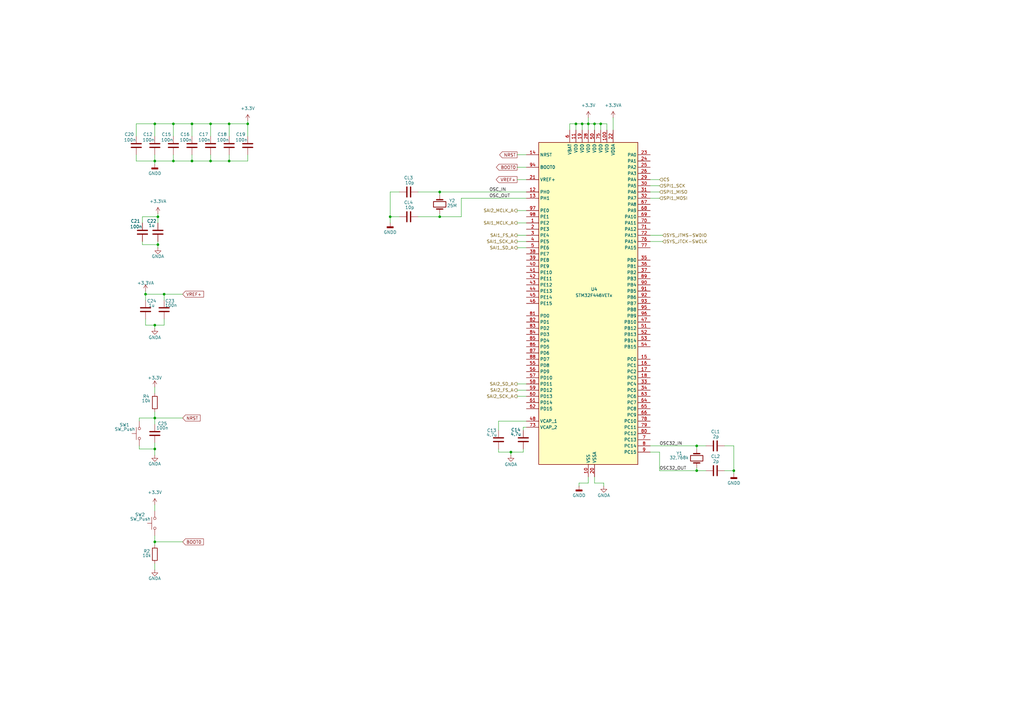
<source format=kicad_sch>
(kicad_sch
	(version 20250114)
	(generator "eeschema")
	(generator_version "9.0")
	(uuid "2f07d999-b8aa-4fd2-9754-485caa87dff3")
	(paper "A3")
	(title_block
		(title "SP")
		(rev "v1")
		(company "Jakub Raimr")
	)
	(lib_symbols
		(symbol "Device:C"
			(pin_numbers
				(hide yes)
			)
			(pin_names
				(offset 0.254)
			)
			(exclude_from_sim no)
			(in_bom yes)
			(on_board yes)
			(property "Reference" "C"
				(at 0.635 2.54 0)
				(effects
					(font
						(size 1.27 1.27)
					)
					(justify left)
				)
			)
			(property "Value" "C"
				(at 0.635 -2.54 0)
				(effects
					(font
						(size 1.27 1.27)
					)
					(justify left)
				)
			)
			(property "Footprint" ""
				(at 0.9652 -3.81 0)
				(effects
					(font
						(size 1.27 1.27)
					)
					(hide yes)
				)
			)
			(property "Datasheet" "~"
				(at 0 0 0)
				(effects
					(font
						(size 1.27 1.27)
					)
					(hide yes)
				)
			)
			(property "Description" "Unpolarized capacitor"
				(at 0 0 0)
				(effects
					(font
						(size 1.27 1.27)
					)
					(hide yes)
				)
			)
			(property "ki_keywords" "cap capacitor"
				(at 0 0 0)
				(effects
					(font
						(size 1.27 1.27)
					)
					(hide yes)
				)
			)
			(property "ki_fp_filters" "C_*"
				(at 0 0 0)
				(effects
					(font
						(size 1.27 1.27)
					)
					(hide yes)
				)
			)
			(symbol "C_0_1"
				(polyline
					(pts
						(xy -2.032 0.762) (xy 2.032 0.762)
					)
					(stroke
						(width 0.508)
						(type default)
					)
					(fill
						(type none)
					)
				)
				(polyline
					(pts
						(xy -2.032 -0.762) (xy 2.032 -0.762)
					)
					(stroke
						(width 0.508)
						(type default)
					)
					(fill
						(type none)
					)
				)
			)
			(symbol "C_1_1"
				(pin passive line
					(at 0 3.81 270)
					(length 2.794)
					(name "~"
						(effects
							(font
								(size 1.27 1.27)
							)
						)
					)
					(number "1"
						(effects
							(font
								(size 1.27 1.27)
							)
						)
					)
				)
				(pin passive line
					(at 0 -3.81 90)
					(length 2.794)
					(name "~"
						(effects
							(font
								(size 1.27 1.27)
							)
						)
					)
					(number "2"
						(effects
							(font
								(size 1.27 1.27)
							)
						)
					)
				)
			)
			(embedded_fonts no)
		)
		(symbol "Device:Crystal"
			(pin_numbers
				(hide yes)
			)
			(pin_names
				(offset 1.016)
				(hide yes)
			)
			(exclude_from_sim no)
			(in_bom yes)
			(on_board yes)
			(property "Reference" "Y"
				(at 0 3.81 0)
				(effects
					(font
						(size 1.27 1.27)
					)
				)
			)
			(property "Value" "Crystal"
				(at 0 -3.81 0)
				(effects
					(font
						(size 1.27 1.27)
					)
				)
			)
			(property "Footprint" ""
				(at 0 0 0)
				(effects
					(font
						(size 1.27 1.27)
					)
					(hide yes)
				)
			)
			(property "Datasheet" "~"
				(at 0 0 0)
				(effects
					(font
						(size 1.27 1.27)
					)
					(hide yes)
				)
			)
			(property "Description" "Two pin crystal"
				(at 0 0 0)
				(effects
					(font
						(size 1.27 1.27)
					)
					(hide yes)
				)
			)
			(property "ki_keywords" "quartz ceramic resonator oscillator"
				(at 0 0 0)
				(effects
					(font
						(size 1.27 1.27)
					)
					(hide yes)
				)
			)
			(property "ki_fp_filters" "Crystal*"
				(at 0 0 0)
				(effects
					(font
						(size 1.27 1.27)
					)
					(hide yes)
				)
			)
			(symbol "Crystal_0_1"
				(polyline
					(pts
						(xy -2.54 0) (xy -1.905 0)
					)
					(stroke
						(width 0)
						(type default)
					)
					(fill
						(type none)
					)
				)
				(polyline
					(pts
						(xy -1.905 -1.27) (xy -1.905 1.27)
					)
					(stroke
						(width 0.508)
						(type default)
					)
					(fill
						(type none)
					)
				)
				(rectangle
					(start -1.143 2.54)
					(end 1.143 -2.54)
					(stroke
						(width 0.3048)
						(type default)
					)
					(fill
						(type none)
					)
				)
				(polyline
					(pts
						(xy 1.905 -1.27) (xy 1.905 1.27)
					)
					(stroke
						(width 0.508)
						(type default)
					)
					(fill
						(type none)
					)
				)
				(polyline
					(pts
						(xy 2.54 0) (xy 1.905 0)
					)
					(stroke
						(width 0)
						(type default)
					)
					(fill
						(type none)
					)
				)
			)
			(symbol "Crystal_1_1"
				(pin passive line
					(at -3.81 0 0)
					(length 1.27)
					(name "1"
						(effects
							(font
								(size 1.27 1.27)
							)
						)
					)
					(number "1"
						(effects
							(font
								(size 1.27 1.27)
							)
						)
					)
				)
				(pin passive line
					(at 3.81 0 180)
					(length 1.27)
					(name "2"
						(effects
							(font
								(size 1.27 1.27)
							)
						)
					)
					(number "2"
						(effects
							(font
								(size 1.27 1.27)
							)
						)
					)
				)
			)
			(embedded_fonts no)
		)
		(symbol "Device:R"
			(pin_numbers
				(hide yes)
			)
			(pin_names
				(offset 0)
			)
			(exclude_from_sim no)
			(in_bom yes)
			(on_board yes)
			(property "Reference" "R"
				(at 2.032 0 90)
				(effects
					(font
						(size 1.27 1.27)
					)
				)
			)
			(property "Value" "R"
				(at 0 0 90)
				(effects
					(font
						(size 1.27 1.27)
					)
				)
			)
			(property "Footprint" ""
				(at -1.778 0 90)
				(effects
					(font
						(size 1.27 1.27)
					)
					(hide yes)
				)
			)
			(property "Datasheet" "~"
				(at 0 0 0)
				(effects
					(font
						(size 1.27 1.27)
					)
					(hide yes)
				)
			)
			(property "Description" "Resistor"
				(at 0 0 0)
				(effects
					(font
						(size 1.27 1.27)
					)
					(hide yes)
				)
			)
			(property "ki_keywords" "R res resistor"
				(at 0 0 0)
				(effects
					(font
						(size 1.27 1.27)
					)
					(hide yes)
				)
			)
			(property "ki_fp_filters" "R_*"
				(at 0 0 0)
				(effects
					(font
						(size 1.27 1.27)
					)
					(hide yes)
				)
			)
			(symbol "R_0_1"
				(rectangle
					(start -1.016 -2.54)
					(end 1.016 2.54)
					(stroke
						(width 0.254)
						(type default)
					)
					(fill
						(type none)
					)
				)
			)
			(symbol "R_1_1"
				(pin passive line
					(at 0 3.81 270)
					(length 1.27)
					(name "~"
						(effects
							(font
								(size 1.27 1.27)
							)
						)
					)
					(number "1"
						(effects
							(font
								(size 1.27 1.27)
							)
						)
					)
				)
				(pin passive line
					(at 0 -3.81 90)
					(length 1.27)
					(name "~"
						(effects
							(font
								(size 1.27 1.27)
							)
						)
					)
					(number "2"
						(effects
							(font
								(size 1.27 1.27)
							)
						)
					)
				)
			)
			(embedded_fonts no)
		)
		(symbol "MCU_ST_STM32F4:STM32F446VETx"
			(exclude_from_sim no)
			(in_bom yes)
			(on_board yes)
			(property "Reference" "U"
				(at -20.32 67.31 0)
				(effects
					(font
						(size 1.27 1.27)
					)
					(justify left)
				)
			)
			(property "Value" "STM32F446VETx"
				(at 12.7 67.31 0)
				(effects
					(font
						(size 1.27 1.27)
					)
					(justify left)
				)
			)
			(property "Footprint" "Package_QFP:LQFP-100_14x14mm_P0.5mm"
				(at -20.32 -66.04 0)
				(effects
					(font
						(size 1.27 1.27)
					)
					(justify right)
					(hide yes)
				)
			)
			(property "Datasheet" "https://www.st.com/resource/en/datasheet/stm32f446ve.pdf"
				(at 0 0 0)
				(effects
					(font
						(size 1.27 1.27)
					)
					(hide yes)
				)
			)
			(property "Description" "STMicroelectronics Arm Cortex-M4 MCU, 512KB flash, 128KB RAM, 180 MHz, 1.8-3.6V, 81 GPIO, LQFP100"
				(at 0 0 0)
				(effects
					(font
						(size 1.27 1.27)
					)
					(hide yes)
				)
			)
			(property "ki_keywords" "Arm Cortex-M4 STM32F4 STM32F446"
				(at 0 0 0)
				(effects
					(font
						(size 1.27 1.27)
					)
					(hide yes)
				)
			)
			(property "ki_fp_filters" "LQFP*14x14mm*P0.5mm*"
				(at 0 0 0)
				(effects
					(font
						(size 1.27 1.27)
					)
					(hide yes)
				)
			)
			(symbol "STM32F446VETx_0_1"
				(rectangle
					(start -20.32 -66.04)
					(end 20.32 66.04)
					(stroke
						(width 0.254)
						(type default)
					)
					(fill
						(type background)
					)
				)
			)
			(symbol "STM32F446VETx_1_1"
				(pin input line
					(at -25.4 60.96 0)
					(length 5.08)
					(name "NRST"
						(effects
							(font
								(size 1.27 1.27)
							)
						)
					)
					(number "14"
						(effects
							(font
								(size 1.27 1.27)
							)
						)
					)
				)
				(pin input line
					(at -25.4 55.88 0)
					(length 5.08)
					(name "BOOT0"
						(effects
							(font
								(size 1.27 1.27)
							)
						)
					)
					(number "94"
						(effects
							(font
								(size 1.27 1.27)
							)
						)
					)
				)
				(pin input line
					(at -25.4 50.8 0)
					(length 5.08)
					(name "VREF+"
						(effects
							(font
								(size 1.27 1.27)
							)
						)
					)
					(number "21"
						(effects
							(font
								(size 1.27 1.27)
							)
						)
					)
				)
				(pin bidirectional line
					(at -25.4 45.72 0)
					(length 5.08)
					(name "PH0"
						(effects
							(font
								(size 1.27 1.27)
							)
						)
					)
					(number "12"
						(effects
							(font
								(size 1.27 1.27)
							)
						)
					)
					(alternate "RCC_OSC_IN" bidirectional line)
				)
				(pin bidirectional line
					(at -25.4 43.18 0)
					(length 5.08)
					(name "PH1"
						(effects
							(font
								(size 1.27 1.27)
							)
						)
					)
					(number "13"
						(effects
							(font
								(size 1.27 1.27)
							)
						)
					)
					(alternate "RCC_OSC_OUT" bidirectional line)
				)
				(pin bidirectional line
					(at -25.4 38.1 0)
					(length 5.08)
					(name "PE0"
						(effects
							(font
								(size 1.27 1.27)
							)
						)
					)
					(number "97"
						(effects
							(font
								(size 1.27 1.27)
							)
						)
					)
					(alternate "DCMI_D2" bidirectional line)
					(alternate "FMC_NBL0" bidirectional line)
					(alternate "SAI2_MCLK_A" bidirectional line)
					(alternate "TIM4_ETR" bidirectional line)
				)
				(pin bidirectional line
					(at -25.4 35.56 0)
					(length 5.08)
					(name "PE1"
						(effects
							(font
								(size 1.27 1.27)
							)
						)
					)
					(number "98"
						(effects
							(font
								(size 1.27 1.27)
							)
						)
					)
					(alternate "DCMI_D3" bidirectional line)
					(alternate "FMC_NBL1" bidirectional line)
				)
				(pin bidirectional line
					(at -25.4 33.02 0)
					(length 5.08)
					(name "PE2"
						(effects
							(font
								(size 1.27 1.27)
							)
						)
					)
					(number "1"
						(effects
							(font
								(size 1.27 1.27)
							)
						)
					)
					(alternate "FMC_A23" bidirectional line)
					(alternate "QUADSPI_BK1_IO2" bidirectional line)
					(alternate "SAI1_MCLK_A" bidirectional line)
					(alternate "SPI4_SCK" bidirectional line)
					(alternate "SYS_TRACECLK" bidirectional line)
				)
				(pin bidirectional line
					(at -25.4 30.48 0)
					(length 5.08)
					(name "PE3"
						(effects
							(font
								(size 1.27 1.27)
							)
						)
					)
					(number "2"
						(effects
							(font
								(size 1.27 1.27)
							)
						)
					)
					(alternate "FMC_A19" bidirectional line)
					(alternate "SAI1_SD_B" bidirectional line)
					(alternate "SYS_TRACED0" bidirectional line)
				)
				(pin bidirectional line
					(at -25.4 27.94 0)
					(length 5.08)
					(name "PE4"
						(effects
							(font
								(size 1.27 1.27)
							)
						)
					)
					(number "3"
						(effects
							(font
								(size 1.27 1.27)
							)
						)
					)
					(alternate "DCMI_D4" bidirectional line)
					(alternate "FMC_A20" bidirectional line)
					(alternate "SAI1_FS_A" bidirectional line)
					(alternate "SPI4_NSS" bidirectional line)
					(alternate "SYS_TRACED1" bidirectional line)
				)
				(pin bidirectional line
					(at -25.4 25.4 0)
					(length 5.08)
					(name "PE5"
						(effects
							(font
								(size 1.27 1.27)
							)
						)
					)
					(number "4"
						(effects
							(font
								(size 1.27 1.27)
							)
						)
					)
					(alternate "DCMI_D6" bidirectional line)
					(alternate "FMC_A21" bidirectional line)
					(alternate "SAI1_SCK_A" bidirectional line)
					(alternate "SPI4_MISO" bidirectional line)
					(alternate "SYS_TRACED2" bidirectional line)
					(alternate "TIM9_CH1" bidirectional line)
				)
				(pin bidirectional line
					(at -25.4 22.86 0)
					(length 5.08)
					(name "PE6"
						(effects
							(font
								(size 1.27 1.27)
							)
						)
					)
					(number "5"
						(effects
							(font
								(size 1.27 1.27)
							)
						)
					)
					(alternate "DCMI_D7" bidirectional line)
					(alternate "FMC_A22" bidirectional line)
					(alternate "SAI1_SD_A" bidirectional line)
					(alternate "SPI4_MOSI" bidirectional line)
					(alternate "SYS_TRACED3" bidirectional line)
					(alternate "TIM9_CH2" bidirectional line)
				)
				(pin bidirectional line
					(at -25.4 20.32 0)
					(length 5.08)
					(name "PE7"
						(effects
							(font
								(size 1.27 1.27)
							)
						)
					)
					(number "38"
						(effects
							(font
								(size 1.27 1.27)
							)
						)
					)
					(alternate "FMC_D4" bidirectional line)
					(alternate "FMC_DA4" bidirectional line)
					(alternate "QUADSPI_BK2_IO0" bidirectional line)
					(alternate "TIM1_ETR" bidirectional line)
					(alternate "UART5_RX" bidirectional line)
				)
				(pin bidirectional line
					(at -25.4 17.78 0)
					(length 5.08)
					(name "PE8"
						(effects
							(font
								(size 1.27 1.27)
							)
						)
					)
					(number "39"
						(effects
							(font
								(size 1.27 1.27)
							)
						)
					)
					(alternate "FMC_D5" bidirectional line)
					(alternate "FMC_DA5" bidirectional line)
					(alternate "QUADSPI_BK2_IO1" bidirectional line)
					(alternate "TIM1_CH1N" bidirectional line)
					(alternate "UART5_TX" bidirectional line)
				)
				(pin bidirectional line
					(at -25.4 15.24 0)
					(length 5.08)
					(name "PE9"
						(effects
							(font
								(size 1.27 1.27)
							)
						)
					)
					(number "40"
						(effects
							(font
								(size 1.27 1.27)
							)
						)
					)
					(alternate "DAC_EXTI9" bidirectional line)
					(alternate "FMC_D6" bidirectional line)
					(alternate "FMC_DA6" bidirectional line)
					(alternate "QUADSPI_BK2_IO2" bidirectional line)
					(alternate "TIM1_CH1" bidirectional line)
				)
				(pin bidirectional line
					(at -25.4 12.7 0)
					(length 5.08)
					(name "PE10"
						(effects
							(font
								(size 1.27 1.27)
							)
						)
					)
					(number "41"
						(effects
							(font
								(size 1.27 1.27)
							)
						)
					)
					(alternate "FMC_D7" bidirectional line)
					(alternate "FMC_DA7" bidirectional line)
					(alternate "QUADSPI_BK2_IO3" bidirectional line)
					(alternate "TIM1_CH2N" bidirectional line)
				)
				(pin bidirectional line
					(at -25.4 10.16 0)
					(length 5.08)
					(name "PE11"
						(effects
							(font
								(size 1.27 1.27)
							)
						)
					)
					(number "42"
						(effects
							(font
								(size 1.27 1.27)
							)
						)
					)
					(alternate "ADC1_EXTI11" bidirectional line)
					(alternate "ADC2_EXTI11" bidirectional line)
					(alternate "ADC3_EXTI11" bidirectional line)
					(alternate "FMC_D8" bidirectional line)
					(alternate "FMC_DA8" bidirectional line)
					(alternate "SAI2_SD_B" bidirectional line)
					(alternate "SPI4_NSS" bidirectional line)
					(alternate "TIM1_CH2" bidirectional line)
				)
				(pin bidirectional line
					(at -25.4 7.62 0)
					(length 5.08)
					(name "PE12"
						(effects
							(font
								(size 1.27 1.27)
							)
						)
					)
					(number "43"
						(effects
							(font
								(size 1.27 1.27)
							)
						)
					)
					(alternate "FMC_D9" bidirectional line)
					(alternate "FMC_DA9" bidirectional line)
					(alternate "SAI2_SCK_B" bidirectional line)
					(alternate "SPI4_SCK" bidirectional line)
					(alternate "TIM1_CH3N" bidirectional line)
				)
				(pin bidirectional line
					(at -25.4 5.08 0)
					(length 5.08)
					(name "PE13"
						(effects
							(font
								(size 1.27 1.27)
							)
						)
					)
					(number "44"
						(effects
							(font
								(size 1.27 1.27)
							)
						)
					)
					(alternate "FMC_D10" bidirectional line)
					(alternate "FMC_DA10" bidirectional line)
					(alternate "SAI2_FS_B" bidirectional line)
					(alternate "SPI4_MISO" bidirectional line)
					(alternate "TIM1_CH3" bidirectional line)
				)
				(pin bidirectional line
					(at -25.4 2.54 0)
					(length 5.08)
					(name "PE14"
						(effects
							(font
								(size 1.27 1.27)
							)
						)
					)
					(number "45"
						(effects
							(font
								(size 1.27 1.27)
							)
						)
					)
					(alternate "FMC_D11" bidirectional line)
					(alternate "FMC_DA11" bidirectional line)
					(alternate "SAI2_MCLK_B" bidirectional line)
					(alternate "SPI4_MOSI" bidirectional line)
					(alternate "TIM1_CH4" bidirectional line)
				)
				(pin bidirectional line
					(at -25.4 0 0)
					(length 5.08)
					(name "PE15"
						(effects
							(font
								(size 1.27 1.27)
							)
						)
					)
					(number "46"
						(effects
							(font
								(size 1.27 1.27)
							)
						)
					)
					(alternate "ADC1_EXTI15" bidirectional line)
					(alternate "ADC2_EXTI15" bidirectional line)
					(alternate "ADC3_EXTI15" bidirectional line)
					(alternate "FMC_D12" bidirectional line)
					(alternate "FMC_DA12" bidirectional line)
					(alternate "TIM1_BKIN" bidirectional line)
				)
				(pin bidirectional line
					(at -25.4 -5.08 0)
					(length 5.08)
					(name "PD0"
						(effects
							(font
								(size 1.27 1.27)
							)
						)
					)
					(number "81"
						(effects
							(font
								(size 1.27 1.27)
							)
						)
					)
					(alternate "CAN1_RX" bidirectional line)
					(alternate "FMC_D2" bidirectional line)
					(alternate "FMC_DA2" bidirectional line)
					(alternate "I2S3_SD" bidirectional line)
					(alternate "SPI3_MOSI" bidirectional line)
					(alternate "SPI4_MISO" bidirectional line)
				)
				(pin bidirectional line
					(at -25.4 -7.62 0)
					(length 5.08)
					(name "PD1"
						(effects
							(font
								(size 1.27 1.27)
							)
						)
					)
					(number "82"
						(effects
							(font
								(size 1.27 1.27)
							)
						)
					)
					(alternate "CAN1_TX" bidirectional line)
					(alternate "FMC_D3" bidirectional line)
					(alternate "FMC_DA3" bidirectional line)
					(alternate "I2S2_WS" bidirectional line)
					(alternate "SPI2_NSS" bidirectional line)
				)
				(pin bidirectional line
					(at -25.4 -10.16 0)
					(length 5.08)
					(name "PD2"
						(effects
							(font
								(size 1.27 1.27)
							)
						)
					)
					(number "83"
						(effects
							(font
								(size 1.27 1.27)
							)
						)
					)
					(alternate "DCMI_D11" bidirectional line)
					(alternate "SDIO_CMD" bidirectional line)
					(alternate "TIM3_ETR" bidirectional line)
					(alternate "UART5_RX" bidirectional line)
				)
				(pin bidirectional line
					(at -25.4 -12.7 0)
					(length 5.08)
					(name "PD3"
						(effects
							(font
								(size 1.27 1.27)
							)
						)
					)
					(number "84"
						(effects
							(font
								(size 1.27 1.27)
							)
						)
					)
					(alternate "DCMI_D5" bidirectional line)
					(alternate "FMC_CLK" bidirectional line)
					(alternate "I2S2_CK" bidirectional line)
					(alternate "QUADSPI_CLK" bidirectional line)
					(alternate "SPI2_SCK" bidirectional line)
					(alternate "SYS_TRACED1" bidirectional line)
					(alternate "USART2_CTS" bidirectional line)
				)
				(pin bidirectional line
					(at -25.4 -15.24 0)
					(length 5.08)
					(name "PD4"
						(effects
							(font
								(size 1.27 1.27)
							)
						)
					)
					(number "85"
						(effects
							(font
								(size 1.27 1.27)
							)
						)
					)
					(alternate "FMC_NOE" bidirectional line)
					(alternate "USART2_RTS" bidirectional line)
				)
				(pin bidirectional line
					(at -25.4 -17.78 0)
					(length 5.08)
					(name "PD5"
						(effects
							(font
								(size 1.27 1.27)
							)
						)
					)
					(number "86"
						(effects
							(font
								(size 1.27 1.27)
							)
						)
					)
					(alternate "FMC_NWE" bidirectional line)
					(alternate "USART2_TX" bidirectional line)
				)
				(pin bidirectional line
					(at -25.4 -20.32 0)
					(length 5.08)
					(name "PD6"
						(effects
							(font
								(size 1.27 1.27)
							)
						)
					)
					(number "87"
						(effects
							(font
								(size 1.27 1.27)
							)
						)
					)
					(alternate "DCMI_D10" bidirectional line)
					(alternate "FMC_NWAIT" bidirectional line)
					(alternate "I2S3_SD" bidirectional line)
					(alternate "SAI1_SD_A" bidirectional line)
					(alternate "SPI3_MOSI" bidirectional line)
					(alternate "USART2_RX" bidirectional line)
				)
				(pin bidirectional line
					(at -25.4 -22.86 0)
					(length 5.08)
					(name "PD7"
						(effects
							(font
								(size 1.27 1.27)
							)
						)
					)
					(number "88"
						(effects
							(font
								(size 1.27 1.27)
							)
						)
					)
					(alternate "FMC_NE1" bidirectional line)
					(alternate "SPDIFRX_IN0" bidirectional line)
					(alternate "USART2_CK" bidirectional line)
				)
				(pin bidirectional line
					(at -25.4 -25.4 0)
					(length 5.08)
					(name "PD8"
						(effects
							(font
								(size 1.27 1.27)
							)
						)
					)
					(number "55"
						(effects
							(font
								(size 1.27 1.27)
							)
						)
					)
					(alternate "FMC_D13" bidirectional line)
					(alternate "FMC_DA13" bidirectional line)
					(alternate "SPDIFRX_IN1" bidirectional line)
					(alternate "USART3_TX" bidirectional line)
				)
				(pin bidirectional line
					(at -25.4 -27.94 0)
					(length 5.08)
					(name "PD9"
						(effects
							(font
								(size 1.27 1.27)
							)
						)
					)
					(number "56"
						(effects
							(font
								(size 1.27 1.27)
							)
						)
					)
					(alternate "DAC_EXTI9" bidirectional line)
					(alternate "FMC_D14" bidirectional line)
					(alternate "FMC_DA14" bidirectional line)
					(alternate "USART3_RX" bidirectional line)
				)
				(pin bidirectional line
					(at -25.4 -30.48 0)
					(length 5.08)
					(name "PD10"
						(effects
							(font
								(size 1.27 1.27)
							)
						)
					)
					(number "57"
						(effects
							(font
								(size 1.27 1.27)
							)
						)
					)
					(alternate "FMC_D15" bidirectional line)
					(alternate "FMC_DA15" bidirectional line)
					(alternate "USART3_CK" bidirectional line)
				)
				(pin bidirectional line
					(at -25.4 -33.02 0)
					(length 5.08)
					(name "PD11"
						(effects
							(font
								(size 1.27 1.27)
							)
						)
					)
					(number "58"
						(effects
							(font
								(size 1.27 1.27)
							)
						)
					)
					(alternate "ADC1_EXTI11" bidirectional line)
					(alternate "ADC2_EXTI11" bidirectional line)
					(alternate "ADC3_EXTI11" bidirectional line)
					(alternate "FMC_A16" bidirectional line)
					(alternate "FMPI2C1_SMBA" bidirectional line)
					(alternate "QUADSPI_BK1_IO0" bidirectional line)
					(alternate "SAI2_SD_A" bidirectional line)
					(alternate "USART3_CTS" bidirectional line)
				)
				(pin bidirectional line
					(at -25.4 -35.56 0)
					(length 5.08)
					(name "PD12"
						(effects
							(font
								(size 1.27 1.27)
							)
						)
					)
					(number "59"
						(effects
							(font
								(size 1.27 1.27)
							)
						)
					)
					(alternate "FMC_A17" bidirectional line)
					(alternate "FMPI2C1_SCL" bidirectional line)
					(alternate "QUADSPI_BK1_IO1" bidirectional line)
					(alternate "SAI2_FS_A" bidirectional line)
					(alternate "TIM4_CH1" bidirectional line)
					(alternate "USART3_RTS" bidirectional line)
				)
				(pin bidirectional line
					(at -25.4 -38.1 0)
					(length 5.08)
					(name "PD13"
						(effects
							(font
								(size 1.27 1.27)
							)
						)
					)
					(number "60"
						(effects
							(font
								(size 1.27 1.27)
							)
						)
					)
					(alternate "FMC_A18" bidirectional line)
					(alternate "FMPI2C1_SDA" bidirectional line)
					(alternate "QUADSPI_BK1_IO3" bidirectional line)
					(alternate "SAI2_SCK_A" bidirectional line)
					(alternate "TIM4_CH2" bidirectional line)
				)
				(pin bidirectional line
					(at -25.4 -40.64 0)
					(length 5.08)
					(name "PD14"
						(effects
							(font
								(size 1.27 1.27)
							)
						)
					)
					(number "61"
						(effects
							(font
								(size 1.27 1.27)
							)
						)
					)
					(alternate "FMC_D0" bidirectional line)
					(alternate "FMC_DA0" bidirectional line)
					(alternate "FMPI2C1_SCL" bidirectional line)
					(alternate "SAI2_SCK_A" bidirectional line)
					(alternate "TIM4_CH3" bidirectional line)
				)
				(pin bidirectional line
					(at -25.4 -43.18 0)
					(length 5.08)
					(name "PD15"
						(effects
							(font
								(size 1.27 1.27)
							)
						)
					)
					(number "62"
						(effects
							(font
								(size 1.27 1.27)
							)
						)
					)
					(alternate "ADC1_EXTI15" bidirectional line)
					(alternate "ADC2_EXTI15" bidirectional line)
					(alternate "ADC3_EXTI15" bidirectional line)
					(alternate "FMC_D1" bidirectional line)
					(alternate "FMC_DA1" bidirectional line)
					(alternate "FMPI2C1_SDA" bidirectional line)
					(alternate "TIM4_CH4" bidirectional line)
				)
				(pin power_out line
					(at -25.4 -48.26 0)
					(length 5.08)
					(name "VCAP_1"
						(effects
							(font
								(size 1.27 1.27)
							)
						)
					)
					(number "48"
						(effects
							(font
								(size 1.27 1.27)
							)
						)
					)
				)
				(pin power_out line
					(at -25.4 -50.8 0)
					(length 5.08)
					(name "VCAP_2"
						(effects
							(font
								(size 1.27 1.27)
							)
						)
					)
					(number "73"
						(effects
							(font
								(size 1.27 1.27)
							)
						)
					)
				)
				(pin power_in line
					(at -7.62 71.12 270)
					(length 5.08)
					(name "VBAT"
						(effects
							(font
								(size 1.27 1.27)
							)
						)
					)
					(number "6"
						(effects
							(font
								(size 1.27 1.27)
							)
						)
					)
				)
				(pin power_in line
					(at -5.08 71.12 270)
					(length 5.08)
					(name "VDD"
						(effects
							(font
								(size 1.27 1.27)
							)
						)
					)
					(number "11"
						(effects
							(font
								(size 1.27 1.27)
							)
						)
					)
				)
				(pin power_in line
					(at -2.54 71.12 270)
					(length 5.08)
					(name "VDD"
						(effects
							(font
								(size 1.27 1.27)
							)
						)
					)
					(number "19"
						(effects
							(font
								(size 1.27 1.27)
							)
						)
					)
				)
				(pin power_in line
					(at 0 71.12 270)
					(length 5.08)
					(name "VDD"
						(effects
							(font
								(size 1.27 1.27)
							)
						)
					)
					(number "28"
						(effects
							(font
								(size 1.27 1.27)
							)
						)
					)
				)
				(pin power_in line
					(at 0 -71.12 90)
					(length 5.08)
					(name "VSS"
						(effects
							(font
								(size 1.27 1.27)
							)
						)
					)
					(number "10"
						(effects
							(font
								(size 1.27 1.27)
							)
						)
					)
				)
				(pin passive line
					(at 0 -71.12 90)
					(length 5.08)
					(hide yes)
					(name "VSS"
						(effects
							(font
								(size 1.27 1.27)
							)
						)
					)
					(number "27"
						(effects
							(font
								(size 1.27 1.27)
							)
						)
					)
				)
				(pin passive line
					(at 0 -71.12 90)
					(length 5.08)
					(hide yes)
					(name "VSS"
						(effects
							(font
								(size 1.27 1.27)
							)
						)
					)
					(number "49"
						(effects
							(font
								(size 1.27 1.27)
							)
						)
					)
				)
				(pin passive line
					(at 0 -71.12 90)
					(length 5.08)
					(hide yes)
					(name "VSS"
						(effects
							(font
								(size 1.27 1.27)
							)
						)
					)
					(number "74"
						(effects
							(font
								(size 1.27 1.27)
							)
						)
					)
				)
				(pin passive line
					(at 0 -71.12 90)
					(length 5.08)
					(hide yes)
					(name "VSS"
						(effects
							(font
								(size 1.27 1.27)
							)
						)
					)
					(number "99"
						(effects
							(font
								(size 1.27 1.27)
							)
						)
					)
				)
				(pin power_in line
					(at 2.54 71.12 270)
					(length 5.08)
					(name "VDD"
						(effects
							(font
								(size 1.27 1.27)
							)
						)
					)
					(number "50"
						(effects
							(font
								(size 1.27 1.27)
							)
						)
					)
				)
				(pin power_in line
					(at 2.54 -71.12 90)
					(length 5.08)
					(name "VSSA"
						(effects
							(font
								(size 1.27 1.27)
							)
						)
					)
					(number "20"
						(effects
							(font
								(size 1.27 1.27)
							)
						)
					)
				)
				(pin power_in line
					(at 5.08 71.12 270)
					(length 5.08)
					(name "VDD"
						(effects
							(font
								(size 1.27 1.27)
							)
						)
					)
					(number "75"
						(effects
							(font
								(size 1.27 1.27)
							)
						)
					)
				)
				(pin power_in line
					(at 7.62 71.12 270)
					(length 5.08)
					(name "VDD"
						(effects
							(font
								(size 1.27 1.27)
							)
						)
					)
					(number "100"
						(effects
							(font
								(size 1.27 1.27)
							)
						)
					)
				)
				(pin power_in line
					(at 10.16 71.12 270)
					(length 5.08)
					(name "VDDA"
						(effects
							(font
								(size 1.27 1.27)
							)
						)
					)
					(number "22"
						(effects
							(font
								(size 1.27 1.27)
							)
						)
					)
				)
				(pin bidirectional line
					(at 25.4 60.96 180)
					(length 5.08)
					(name "PA0"
						(effects
							(font
								(size 1.27 1.27)
							)
						)
					)
					(number "23"
						(effects
							(font
								(size 1.27 1.27)
							)
						)
					)
					(alternate "ADC1_IN0" bidirectional line)
					(alternate "ADC2_IN0" bidirectional line)
					(alternate "ADC3_IN0" bidirectional line)
					(alternate "RTC_AF2" bidirectional line)
					(alternate "SYS_WKUP0" bidirectional line)
					(alternate "TIM2_CH1" bidirectional line)
					(alternate "TIM2_ETR" bidirectional line)
					(alternate "TIM5_CH1" bidirectional line)
					(alternate "TIM8_ETR" bidirectional line)
					(alternate "UART4_TX" bidirectional line)
					(alternate "USART2_CTS" bidirectional line)
				)
				(pin bidirectional line
					(at 25.4 58.42 180)
					(length 5.08)
					(name "PA1"
						(effects
							(font
								(size 1.27 1.27)
							)
						)
					)
					(number "24"
						(effects
							(font
								(size 1.27 1.27)
							)
						)
					)
					(alternate "ADC1_IN1" bidirectional line)
					(alternate "ADC2_IN1" bidirectional line)
					(alternate "ADC3_IN1" bidirectional line)
					(alternate "QUADSPI_BK1_IO3" bidirectional line)
					(alternate "SAI2_MCLK_B" bidirectional line)
					(alternate "TIM2_CH2" bidirectional line)
					(alternate "TIM5_CH2" bidirectional line)
					(alternate "UART4_RX" bidirectional line)
					(alternate "USART2_RTS" bidirectional line)
				)
				(pin bidirectional line
					(at 25.4 55.88 180)
					(length 5.08)
					(name "PA2"
						(effects
							(font
								(size 1.27 1.27)
							)
						)
					)
					(number "25"
						(effects
							(font
								(size 1.27 1.27)
							)
						)
					)
					(alternate "ADC1_IN2" bidirectional line)
					(alternate "ADC2_IN2" bidirectional line)
					(alternate "ADC3_IN2" bidirectional line)
					(alternate "SAI2_SCK_B" bidirectional line)
					(alternate "TIM2_CH3" bidirectional line)
					(alternate "TIM5_CH3" bidirectional line)
					(alternate "TIM9_CH1" bidirectional line)
					(alternate "USART2_TX" bidirectional line)
				)
				(pin bidirectional line
					(at 25.4 53.34 180)
					(length 5.08)
					(name "PA3"
						(effects
							(font
								(size 1.27 1.27)
							)
						)
					)
					(number "26"
						(effects
							(font
								(size 1.27 1.27)
							)
						)
					)
					(alternate "ADC1_IN3" bidirectional line)
					(alternate "ADC2_IN3" bidirectional line)
					(alternate "ADC3_IN3" bidirectional line)
					(alternate "SAI1_FS_A" bidirectional line)
					(alternate "TIM2_CH4" bidirectional line)
					(alternate "TIM5_CH4" bidirectional line)
					(alternate "TIM9_CH2" bidirectional line)
					(alternate "USART2_RX" bidirectional line)
					(alternate "USB_OTG_HS_ULPI_D0" bidirectional line)
				)
				(pin bidirectional line
					(at 25.4 50.8 180)
					(length 5.08)
					(name "PA4"
						(effects
							(font
								(size 1.27 1.27)
							)
						)
					)
					(number "29"
						(effects
							(font
								(size 1.27 1.27)
							)
						)
					)
					(alternate "ADC1_IN4" bidirectional line)
					(alternate "ADC2_IN4" bidirectional line)
					(alternate "DAC_OUT1" bidirectional line)
					(alternate "DCMI_HSYNC" bidirectional line)
					(alternate "I2S1_WS" bidirectional line)
					(alternate "I2S3_WS" bidirectional line)
					(alternate "SPI1_NSS" bidirectional line)
					(alternate "SPI3_NSS" bidirectional line)
					(alternate "USART2_CK" bidirectional line)
					(alternate "USB_OTG_HS_SOF" bidirectional line)
				)
				(pin bidirectional line
					(at 25.4 48.26 180)
					(length 5.08)
					(name "PA5"
						(effects
							(font
								(size 1.27 1.27)
							)
						)
					)
					(number "30"
						(effects
							(font
								(size 1.27 1.27)
							)
						)
					)
					(alternate "ADC1_IN5" bidirectional line)
					(alternate "ADC2_IN5" bidirectional line)
					(alternate "DAC_OUT2" bidirectional line)
					(alternate "I2S1_CK" bidirectional line)
					(alternate "SPI1_SCK" bidirectional line)
					(alternate "TIM2_CH1" bidirectional line)
					(alternate "TIM2_ETR" bidirectional line)
					(alternate "TIM8_CH1N" bidirectional line)
					(alternate "USB_OTG_HS_ULPI_CK" bidirectional line)
				)
				(pin bidirectional line
					(at 25.4 45.72 180)
					(length 5.08)
					(name "PA6"
						(effects
							(font
								(size 1.27 1.27)
							)
						)
					)
					(number "31"
						(effects
							(font
								(size 1.27 1.27)
							)
						)
					)
					(alternate "ADC1_IN6" bidirectional line)
					(alternate "ADC2_IN6" bidirectional line)
					(alternate "DCMI_PIXCLK" bidirectional line)
					(alternate "I2S2_MCK" bidirectional line)
					(alternate "SPI1_MISO" bidirectional line)
					(alternate "TIM13_CH1" bidirectional line)
					(alternate "TIM1_BKIN" bidirectional line)
					(alternate "TIM3_CH1" bidirectional line)
					(alternate "TIM8_BKIN" bidirectional line)
				)
				(pin bidirectional line
					(at 25.4 43.18 180)
					(length 5.08)
					(name "PA7"
						(effects
							(font
								(size 1.27 1.27)
							)
						)
					)
					(number "32"
						(effects
							(font
								(size 1.27 1.27)
							)
						)
					)
					(alternate "ADC1_IN7" bidirectional line)
					(alternate "ADC2_IN7" bidirectional line)
					(alternate "FMC_SDNWE" bidirectional line)
					(alternate "I2S1_SD" bidirectional line)
					(alternate "SPI1_MOSI" bidirectional line)
					(alternate "TIM14_CH1" bidirectional line)
					(alternate "TIM1_CH1N" bidirectional line)
					(alternate "TIM3_CH2" bidirectional line)
					(alternate "TIM8_CH1N" bidirectional line)
				)
				(pin bidirectional line
					(at 25.4 40.64 180)
					(length 5.08)
					(name "PA8"
						(effects
							(font
								(size 1.27 1.27)
							)
						)
					)
					(number "67"
						(effects
							(font
								(size 1.27 1.27)
							)
						)
					)
					(alternate "I2C3_SCL" bidirectional line)
					(alternate "RCC_MCO_1" bidirectional line)
					(alternate "TIM1_CH1" bidirectional line)
					(alternate "USART1_CK" bidirectional line)
					(alternate "USB_OTG_FS_SOF" bidirectional line)
				)
				(pin bidirectional line
					(at 25.4 38.1 180)
					(length 5.08)
					(name "PA9"
						(effects
							(font
								(size 1.27 1.27)
							)
						)
					)
					(number "68"
						(effects
							(font
								(size 1.27 1.27)
							)
						)
					)
					(alternate "DAC_EXTI9" bidirectional line)
					(alternate "DCMI_D0" bidirectional line)
					(alternate "I2C3_SMBA" bidirectional line)
					(alternate "I2S2_CK" bidirectional line)
					(alternate "SAI1_SD_B" bidirectional line)
					(alternate "SPI2_SCK" bidirectional line)
					(alternate "TIM1_CH2" bidirectional line)
					(alternate "USART1_TX" bidirectional line)
					(alternate "USB_OTG_FS_VBUS" bidirectional line)
				)
				(pin bidirectional line
					(at 25.4 35.56 180)
					(length 5.08)
					(name "PA10"
						(effects
							(font
								(size 1.27 1.27)
							)
						)
					)
					(number "69"
						(effects
							(font
								(size 1.27 1.27)
							)
						)
					)
					(alternate "DCMI_D1" bidirectional line)
					(alternate "TIM1_CH3" bidirectional line)
					(alternate "USART1_RX" bidirectional line)
					(alternate "USB_OTG_FS_ID" bidirectional line)
				)
				(pin bidirectional line
					(at 25.4 33.02 180)
					(length 5.08)
					(name "PA11"
						(effects
							(font
								(size 1.27 1.27)
							)
						)
					)
					(number "70"
						(effects
							(font
								(size 1.27 1.27)
							)
						)
					)
					(alternate "ADC1_EXTI11" bidirectional line)
					(alternate "ADC2_EXTI11" bidirectional line)
					(alternate "ADC3_EXTI11" bidirectional line)
					(alternate "CAN1_RX" bidirectional line)
					(alternate "TIM1_CH4" bidirectional line)
					(alternate "USART1_CTS" bidirectional line)
					(alternate "USB_OTG_FS_DM" bidirectional line)
				)
				(pin bidirectional line
					(at 25.4 30.48 180)
					(length 5.08)
					(name "PA12"
						(effects
							(font
								(size 1.27 1.27)
							)
						)
					)
					(number "71"
						(effects
							(font
								(size 1.27 1.27)
							)
						)
					)
					(alternate "CAN1_TX" bidirectional line)
					(alternate "SAI2_FS_B" bidirectional line)
					(alternate "TIM1_ETR" bidirectional line)
					(alternate "USART1_RTS" bidirectional line)
					(alternate "USB_OTG_FS_DP" bidirectional line)
				)
				(pin bidirectional line
					(at 25.4 27.94 180)
					(length 5.08)
					(name "PA13"
						(effects
							(font
								(size 1.27 1.27)
							)
						)
					)
					(number "72"
						(effects
							(font
								(size 1.27 1.27)
							)
						)
					)
					(alternate "SYS_JTMS-SWDIO" bidirectional line)
				)
				(pin bidirectional line
					(at 25.4 25.4 180)
					(length 5.08)
					(name "PA14"
						(effects
							(font
								(size 1.27 1.27)
							)
						)
					)
					(number "76"
						(effects
							(font
								(size 1.27 1.27)
							)
						)
					)
					(alternate "SYS_JTCK-SWCLK" bidirectional line)
				)
				(pin bidirectional line
					(at 25.4 22.86 180)
					(length 5.08)
					(name "PA15"
						(effects
							(font
								(size 1.27 1.27)
							)
						)
					)
					(number "77"
						(effects
							(font
								(size 1.27 1.27)
							)
						)
					)
					(alternate "ADC1_EXTI15" bidirectional line)
					(alternate "ADC2_EXTI15" bidirectional line)
					(alternate "ADC3_EXTI15" bidirectional line)
					(alternate "CEC" bidirectional line)
					(alternate "I2S1_WS" bidirectional line)
					(alternate "I2S3_WS" bidirectional line)
					(alternate "SPI1_NSS" bidirectional line)
					(alternate "SPI3_NSS" bidirectional line)
					(alternate "SYS_JTDI" bidirectional line)
					(alternate "TIM2_CH1" bidirectional line)
					(alternate "TIM2_ETR" bidirectional line)
					(alternate "UART4_RTS" bidirectional line)
				)
				(pin bidirectional line
					(at 25.4 17.78 180)
					(length 5.08)
					(name "PB0"
						(effects
							(font
								(size 1.27 1.27)
							)
						)
					)
					(number "35"
						(effects
							(font
								(size 1.27 1.27)
							)
						)
					)
					(alternate "ADC1_IN8" bidirectional line)
					(alternate "ADC2_IN8" bidirectional line)
					(alternate "I2S3_SD" bidirectional line)
					(alternate "SDIO_D1" bidirectional line)
					(alternate "SPI3_MOSI" bidirectional line)
					(alternate "TIM1_CH2N" bidirectional line)
					(alternate "TIM3_CH3" bidirectional line)
					(alternate "TIM8_CH2N" bidirectional line)
					(alternate "UART4_CTS" bidirectional line)
					(alternate "USB_OTG_HS_ULPI_D1" bidirectional line)
				)
				(pin bidirectional line
					(at 25.4 15.24 180)
					(length 5.08)
					(name "PB1"
						(effects
							(font
								(size 1.27 1.27)
							)
						)
					)
					(number "36"
						(effects
							(font
								(size 1.27 1.27)
							)
						)
					)
					(alternate "ADC1_IN9" bidirectional line)
					(alternate "ADC2_IN9" bidirectional line)
					(alternate "SDIO_D2" bidirectional line)
					(alternate "TIM1_CH3N" bidirectional line)
					(alternate "TIM3_CH4" bidirectional line)
					(alternate "TIM8_CH3N" bidirectional line)
					(alternate "USB_OTG_HS_ULPI_D2" bidirectional line)
				)
				(pin bidirectional line
					(at 25.4 12.7 180)
					(length 5.08)
					(name "PB2"
						(effects
							(font
								(size 1.27 1.27)
							)
						)
					)
					(number "37"
						(effects
							(font
								(size 1.27 1.27)
							)
						)
					)
					(alternate "I2S3_SD" bidirectional line)
					(alternate "QUADSPI_CLK" bidirectional line)
					(alternate "SAI1_SD_A" bidirectional line)
					(alternate "SDIO_CK" bidirectional line)
					(alternate "SPI3_MOSI" bidirectional line)
					(alternate "TIM2_CH4" bidirectional line)
					(alternate "USB_OTG_HS_ULPI_D4" bidirectional line)
				)
				(pin bidirectional line
					(at 25.4 10.16 180)
					(length 5.08)
					(name "PB3"
						(effects
							(font
								(size 1.27 1.27)
							)
						)
					)
					(number "89"
						(effects
							(font
								(size 1.27 1.27)
							)
						)
					)
					(alternate "I2C2_SDA" bidirectional line)
					(alternate "I2S1_CK" bidirectional line)
					(alternate "I2S3_CK" bidirectional line)
					(alternate "SPI1_SCK" bidirectional line)
					(alternate "SPI3_SCK" bidirectional line)
					(alternate "SYS_JTDO-SWO" bidirectional line)
					(alternate "TIM2_CH2" bidirectional line)
				)
				(pin bidirectional line
					(at 25.4 7.62 180)
					(length 5.08)
					(name "PB4"
						(effects
							(font
								(size 1.27 1.27)
							)
						)
					)
					(number "90"
						(effects
							(font
								(size 1.27 1.27)
							)
						)
					)
					(alternate "I2C3_SDA" bidirectional line)
					(alternate "I2S2_WS" bidirectional line)
					(alternate "SPI1_MISO" bidirectional line)
					(alternate "SPI2_NSS" bidirectional line)
					(alternate "SPI3_MISO" bidirectional line)
					(alternate "SYS_JTRST" bidirectional line)
					(alternate "TIM3_CH1" bidirectional line)
				)
				(pin bidirectional line
					(at 25.4 5.08 180)
					(length 5.08)
					(name "PB5"
						(effects
							(font
								(size 1.27 1.27)
							)
						)
					)
					(number "91"
						(effects
							(font
								(size 1.27 1.27)
							)
						)
					)
					(alternate "CAN2_RX" bidirectional line)
					(alternate "DCMI_D10" bidirectional line)
					(alternate "FMC_SDCKE1" bidirectional line)
					(alternate "I2C1_SMBA" bidirectional line)
					(alternate "I2S1_SD" bidirectional line)
					(alternate "I2S3_SD" bidirectional line)
					(alternate "SPI1_MOSI" bidirectional line)
					(alternate "SPI3_MOSI" bidirectional line)
					(alternate "TIM3_CH2" bidirectional line)
					(alternate "USB_OTG_HS_ULPI_D7" bidirectional line)
				)
				(pin bidirectional line
					(at 25.4 2.54 180)
					(length 5.08)
					(name "PB6"
						(effects
							(font
								(size 1.27 1.27)
							)
						)
					)
					(number "92"
						(effects
							(font
								(size 1.27 1.27)
							)
						)
					)
					(alternate "CAN2_TX" bidirectional line)
					(alternate "CEC" bidirectional line)
					(alternate "DCMI_D5" bidirectional line)
					(alternate "FMC_SDNE1" bidirectional line)
					(alternate "I2C1_SCL" bidirectional line)
					(alternate "QUADSPI_BK1_NCS" bidirectional line)
					(alternate "TIM4_CH1" bidirectional line)
					(alternate "USART1_TX" bidirectional line)
				)
				(pin bidirectional line
					(at 25.4 0 180)
					(length 5.08)
					(name "PB7"
						(effects
							(font
								(size 1.27 1.27)
							)
						)
					)
					(number "93"
						(effects
							(font
								(size 1.27 1.27)
							)
						)
					)
					(alternate "DCMI_VSYNC" bidirectional line)
					(alternate "FMC_NL" bidirectional line)
					(alternate "I2C1_SDA" bidirectional line)
					(alternate "SPDIFRX_IN0" bidirectional line)
					(alternate "TIM4_CH2" bidirectional line)
					(alternate "USART1_RX" bidirectional line)
				)
				(pin bidirectional line
					(at 25.4 -2.54 180)
					(length 5.08)
					(name "PB8"
						(effects
							(font
								(size 1.27 1.27)
							)
						)
					)
					(number "95"
						(effects
							(font
								(size 1.27 1.27)
							)
						)
					)
					(alternate "CAN1_RX" bidirectional line)
					(alternate "DCMI_D6" bidirectional line)
					(alternate "I2C1_SCL" bidirectional line)
					(alternate "SDIO_D4" bidirectional line)
					(alternate "TIM10_CH1" bidirectional line)
					(alternate "TIM2_CH1" bidirectional line)
					(alternate "TIM2_ETR" bidirectional line)
					(alternate "TIM4_CH3" bidirectional line)
				)
				(pin bidirectional line
					(at 25.4 -5.08 180)
					(length 5.08)
					(name "PB9"
						(effects
							(font
								(size 1.27 1.27)
							)
						)
					)
					(number "96"
						(effects
							(font
								(size 1.27 1.27)
							)
						)
					)
					(alternate "CAN1_TX" bidirectional line)
					(alternate "DAC_EXTI9" bidirectional line)
					(alternate "DCMI_D7" bidirectional line)
					(alternate "I2C1_SDA" bidirectional line)
					(alternate "I2S2_WS" bidirectional line)
					(alternate "SAI1_FS_B" bidirectional line)
					(alternate "SDIO_D5" bidirectional line)
					(alternate "SPI2_NSS" bidirectional line)
					(alternate "TIM11_CH1" bidirectional line)
					(alternate "TIM2_CH2" bidirectional line)
					(alternate "TIM4_CH4" bidirectional line)
				)
				(pin bidirectional line
					(at 25.4 -7.62 180)
					(length 5.08)
					(name "PB10"
						(effects
							(font
								(size 1.27 1.27)
							)
						)
					)
					(number "47"
						(effects
							(font
								(size 1.27 1.27)
							)
						)
					)
					(alternate "I2C2_SCL" bidirectional line)
					(alternate "I2S2_CK" bidirectional line)
					(alternate "SAI1_SCK_A" bidirectional line)
					(alternate "SPI2_SCK" bidirectional line)
					(alternate "TIM2_CH3" bidirectional line)
					(alternate "USART3_TX" bidirectional line)
					(alternate "USB_OTG_HS_ULPI_D3" bidirectional line)
				)
				(pin bidirectional line
					(at 25.4 -10.16 180)
					(length 5.08)
					(name "PB12"
						(effects
							(font
								(size 1.27 1.27)
							)
						)
					)
					(number "51"
						(effects
							(font
								(size 1.27 1.27)
							)
						)
					)
					(alternate "CAN2_RX" bidirectional line)
					(alternate "I2C2_SMBA" bidirectional line)
					(alternate "I2S2_WS" bidirectional line)
					(alternate "SAI1_SCK_B" bidirectional line)
					(alternate "SPI2_NSS" bidirectional line)
					(alternate "TIM1_BKIN" bidirectional line)
					(alternate "USART3_CK" bidirectional line)
					(alternate "USB_OTG_HS_ID" bidirectional line)
					(alternate "USB_OTG_HS_ULPI_D5" bidirectional line)
				)
				(pin bidirectional line
					(at 25.4 -12.7 180)
					(length 5.08)
					(name "PB13"
						(effects
							(font
								(size 1.27 1.27)
							)
						)
					)
					(number "52"
						(effects
							(font
								(size 1.27 1.27)
							)
						)
					)
					(alternate "CAN2_TX" bidirectional line)
					(alternate "I2S2_CK" bidirectional line)
					(alternate "SPI2_SCK" bidirectional line)
					(alternate "TIM1_CH1N" bidirectional line)
					(alternate "USART3_CTS" bidirectional line)
					(alternate "USB_OTG_HS_ULPI_D6" bidirectional line)
					(alternate "USB_OTG_HS_VBUS" bidirectional line)
				)
				(pin bidirectional line
					(at 25.4 -15.24 180)
					(length 5.08)
					(name "PB14"
						(effects
							(font
								(size 1.27 1.27)
							)
						)
					)
					(number "53"
						(effects
							(font
								(size 1.27 1.27)
							)
						)
					)
					(alternate "SPI2_MISO" bidirectional line)
					(alternate "TIM12_CH1" bidirectional line)
					(alternate "TIM1_CH2N" bidirectional line)
					(alternate "TIM8_CH2N" bidirectional line)
					(alternate "USART3_RTS" bidirectional line)
					(alternate "USB_OTG_HS_DM" bidirectional line)
				)
				(pin bidirectional line
					(at 25.4 -17.78 180)
					(length 5.08)
					(name "PB15"
						(effects
							(font
								(size 1.27 1.27)
							)
						)
					)
					(number "54"
						(effects
							(font
								(size 1.27 1.27)
							)
						)
					)
					(alternate "ADC1_EXTI15" bidirectional line)
					(alternate "ADC2_EXTI15" bidirectional line)
					(alternate "ADC3_EXTI15" bidirectional line)
					(alternate "I2S2_SD" bidirectional line)
					(alternate "RTC_REFIN" bidirectional line)
					(alternate "SPI2_MOSI" bidirectional line)
					(alternate "TIM12_CH2" bidirectional line)
					(alternate "TIM1_CH3N" bidirectional line)
					(alternate "TIM8_CH3N" bidirectional line)
					(alternate "USB_OTG_HS_DP" bidirectional line)
				)
				(pin bidirectional line
					(at 25.4 -22.86 180)
					(length 5.08)
					(name "PC0"
						(effects
							(font
								(size 1.27 1.27)
							)
						)
					)
					(number "15"
						(effects
							(font
								(size 1.27 1.27)
							)
						)
					)
					(alternate "ADC1_IN10" bidirectional line)
					(alternate "ADC2_IN10" bidirectional line)
					(alternate "ADC3_IN10" bidirectional line)
					(alternate "FMC_SDNWE" bidirectional line)
					(alternate "SAI1_MCLK_B" bidirectional line)
					(alternate "USB_OTG_HS_ULPI_STP" bidirectional line)
				)
				(pin bidirectional line
					(at 25.4 -25.4 180)
					(length 5.08)
					(name "PC1"
						(effects
							(font
								(size 1.27 1.27)
							)
						)
					)
					(number "16"
						(effects
							(font
								(size 1.27 1.27)
							)
						)
					)
					(alternate "ADC1_IN11" bidirectional line)
					(alternate "ADC2_IN11" bidirectional line)
					(alternate "ADC3_IN11" bidirectional line)
					(alternate "I2S2_SD" bidirectional line)
					(alternate "I2S3_SD" bidirectional line)
					(alternate "SAI1_SD_A" bidirectional line)
					(alternate "SPI2_MOSI" bidirectional line)
					(alternate "SPI3_MOSI" bidirectional line)
				)
				(pin bidirectional line
					(at 25.4 -27.94 180)
					(length 5.08)
					(name "PC2"
						(effects
							(font
								(size 1.27 1.27)
							)
						)
					)
					(number "17"
						(effects
							(font
								(size 1.27 1.27)
							)
						)
					)
					(alternate "ADC1_IN12" bidirectional line)
					(alternate "ADC2_IN12" bidirectional line)
					(alternate "ADC3_IN12" bidirectional line)
					(alternate "FMC_SDNE0" bidirectional line)
					(alternate "SPI2_MISO" bidirectional line)
					(alternate "USB_OTG_HS_ULPI_DIR" bidirectional line)
				)
				(pin bidirectional line
					(at 25.4 -30.48 180)
					(length 5.08)
					(name "PC3"
						(effects
							(font
								(size 1.27 1.27)
							)
						)
					)
					(number "18"
						(effects
							(font
								(size 1.27 1.27)
							)
						)
					)
					(alternate "ADC1_IN13" bidirectional line)
					(alternate "ADC2_IN13" bidirectional line)
					(alternate "ADC3_IN13" bidirectional line)
					(alternate "FMC_SDCKE0" bidirectional line)
					(alternate "I2S2_SD" bidirectional line)
					(alternate "SPI2_MOSI" bidirectional line)
					(alternate "USB_OTG_HS_ULPI_NXT" bidirectional line)
				)
				(pin bidirectional line
					(at 25.4 -33.02 180)
					(length 5.08)
					(name "PC4"
						(effects
							(font
								(size 1.27 1.27)
							)
						)
					)
					(number "33"
						(effects
							(font
								(size 1.27 1.27)
							)
						)
					)
					(alternate "ADC1_IN14" bidirectional line)
					(alternate "ADC2_IN14" bidirectional line)
					(alternate "FMC_SDNE0" bidirectional line)
					(alternate "I2S1_MCK" bidirectional line)
					(alternate "SPDIFRX_IN2" bidirectional line)
				)
				(pin bidirectional line
					(at 25.4 -35.56 180)
					(length 5.08)
					(name "PC5"
						(effects
							(font
								(size 1.27 1.27)
							)
						)
					)
					(number "34"
						(effects
							(font
								(size 1.27 1.27)
							)
						)
					)
					(alternate "ADC1_IN15" bidirectional line)
					(alternate "ADC2_IN15" bidirectional line)
					(alternate "FMC_SDCKE0" bidirectional line)
					(alternate "SPDIFRX_IN3" bidirectional line)
					(alternate "USART3_RX" bidirectional line)
				)
				(pin bidirectional line
					(at 25.4 -38.1 180)
					(length 5.08)
					(name "PC6"
						(effects
							(font
								(size 1.27 1.27)
							)
						)
					)
					(number "63"
						(effects
							(font
								(size 1.27 1.27)
							)
						)
					)
					(alternate "DCMI_D0" bidirectional line)
					(alternate "FMPI2C1_SCL" bidirectional line)
					(alternate "I2S2_MCK" bidirectional line)
					(alternate "SDIO_D6" bidirectional line)
					(alternate "TIM3_CH1" bidirectional line)
					(alternate "TIM8_CH1" bidirectional line)
					(alternate "USART6_TX" bidirectional line)
				)
				(pin bidirectional line
					(at 25.4 -40.64 180)
					(length 5.08)
					(name "PC7"
						(effects
							(font
								(size 1.27 1.27)
							)
						)
					)
					(number "64"
						(effects
							(font
								(size 1.27 1.27)
							)
						)
					)
					(alternate "DCMI_D1" bidirectional line)
					(alternate "FMPI2C1_SDA" bidirectional line)
					(alternate "I2S2_CK" bidirectional line)
					(alternate "I2S3_MCK" bidirectional line)
					(alternate "SDIO_D7" bidirectional line)
					(alternate "SPDIFRX_IN1" bidirectional line)
					(alternate "SPI2_SCK" bidirectional line)
					(alternate "TIM3_CH2" bidirectional line)
					(alternate "TIM8_CH2" bidirectional line)
					(alternate "USART6_RX" bidirectional line)
				)
				(pin bidirectional line
					(at 25.4 -43.18 180)
					(length 5.08)
					(name "PC8"
						(effects
							(font
								(size 1.27 1.27)
							)
						)
					)
					(number "65"
						(effects
							(font
								(size 1.27 1.27)
							)
						)
					)
					(alternate "DCMI_D2" bidirectional line)
					(alternate "SDIO_D0" bidirectional line)
					(alternate "SYS_TRACED0" bidirectional line)
					(alternate "TIM3_CH3" bidirectional line)
					(alternate "TIM8_CH3" bidirectional line)
					(alternate "UART5_RTS" bidirectional line)
					(alternate "USART6_CK" bidirectional line)
				)
				(pin bidirectional line
					(at 25.4 -45.72 180)
					(length 5.08)
					(name "PC9"
						(effects
							(font
								(size 1.27 1.27)
							)
						)
					)
					(number "66"
						(effects
							(font
								(size 1.27 1.27)
							)
						)
					)
					(alternate "DAC_EXTI9" bidirectional line)
					(alternate "DCMI_D3" bidirectional line)
					(alternate "I2C3_SDA" bidirectional line)
					(alternate "I2S_CKIN" bidirectional line)
					(alternate "QUADSPI_BK1_IO0" bidirectional line)
					(alternate "RCC_MCO_2" bidirectional line)
					(alternate "SDIO_D1" bidirectional line)
					(alternate "TIM3_CH4" bidirectional line)
					(alternate "TIM8_CH4" bidirectional line)
					(alternate "UART5_CTS" bidirectional line)
				)
				(pin bidirectional line
					(at 25.4 -48.26 180)
					(length 5.08)
					(name "PC10"
						(effects
							(font
								(size 1.27 1.27)
							)
						)
					)
					(number "78"
						(effects
							(font
								(size 1.27 1.27)
							)
						)
					)
					(alternate "DCMI_D8" bidirectional line)
					(alternate "I2S3_CK" bidirectional line)
					(alternate "QUADSPI_BK1_IO1" bidirectional line)
					(alternate "SDIO_D2" bidirectional line)
					(alternate "SPI3_SCK" bidirectional line)
					(alternate "UART4_TX" bidirectional line)
					(alternate "USART3_TX" bidirectional line)
				)
				(pin bidirectional line
					(at 25.4 -50.8 180)
					(length 5.08)
					(name "PC11"
						(effects
							(font
								(size 1.27 1.27)
							)
						)
					)
					(number "79"
						(effects
							(font
								(size 1.27 1.27)
							)
						)
					)
					(alternate "ADC1_EXTI11" bidirectional line)
					(alternate "ADC2_EXTI11" bidirectional line)
					(alternate "ADC3_EXTI11" bidirectional line)
					(alternate "DCMI_D4" bidirectional line)
					(alternate "QUADSPI_BK2_NCS" bidirectional line)
					(alternate "SDIO_D3" bidirectional line)
					(alternate "SPI3_MISO" bidirectional line)
					(alternate "UART4_RX" bidirectional line)
					(alternate "USART3_RX" bidirectional line)
				)
				(pin bidirectional line
					(at 25.4 -53.34 180)
					(length 5.08)
					(name "PC12"
						(effects
							(font
								(size 1.27 1.27)
							)
						)
					)
					(number "80"
						(effects
							(font
								(size 1.27 1.27)
							)
						)
					)
					(alternate "DCMI_D9" bidirectional line)
					(alternate "I2C2_SDA" bidirectional line)
					(alternate "I2S3_SD" bidirectional line)
					(alternate "SDIO_CK" bidirectional line)
					(alternate "SPI3_MOSI" bidirectional line)
					(alternate "UART5_TX" bidirectional line)
					(alternate "USART3_CK" bidirectional line)
				)
				(pin bidirectional line
					(at 25.4 -55.88 180)
					(length 5.08)
					(name "PC13"
						(effects
							(font
								(size 1.27 1.27)
							)
						)
					)
					(number "7"
						(effects
							(font
								(size 1.27 1.27)
							)
						)
					)
					(alternate "RTC_AF1" bidirectional line)
					(alternate "SYS_WKUP1" bidirectional line)
				)
				(pin bidirectional line
					(at 25.4 -58.42 180)
					(length 5.08)
					(name "PC14"
						(effects
							(font
								(size 1.27 1.27)
							)
						)
					)
					(number "8"
						(effects
							(font
								(size 1.27 1.27)
							)
						)
					)
					(alternate "RCC_OSC32_IN" bidirectional line)
				)
				(pin bidirectional line
					(at 25.4 -60.96 180)
					(length 5.08)
					(name "PC15"
						(effects
							(font
								(size 1.27 1.27)
							)
						)
					)
					(number "9"
						(effects
							(font
								(size 1.27 1.27)
							)
						)
					)
					(alternate "ADC1_EXTI15" bidirectional line)
					(alternate "ADC2_EXTI15" bidirectional line)
					(alternate "ADC3_EXTI15" bidirectional line)
					(alternate "RCC_OSC32_OUT" bidirectional line)
				)
			)
			(embedded_fonts no)
		)
		(symbol "Switch:SW_Push"
			(pin_numbers
				(hide yes)
			)
			(pin_names
				(offset 1.016)
				(hide yes)
			)
			(exclude_from_sim no)
			(in_bom yes)
			(on_board yes)
			(property "Reference" "SW"
				(at 1.27 2.54 0)
				(effects
					(font
						(size 1.27 1.27)
					)
					(justify left)
				)
			)
			(property "Value" "SW_Push"
				(at 0 -1.524 0)
				(effects
					(font
						(size 1.27 1.27)
					)
				)
			)
			(property "Footprint" ""
				(at 0 5.08 0)
				(effects
					(font
						(size 1.27 1.27)
					)
					(hide yes)
				)
			)
			(property "Datasheet" "~"
				(at 0 5.08 0)
				(effects
					(font
						(size 1.27 1.27)
					)
					(hide yes)
				)
			)
			(property "Description" "Push button switch, generic, two pins"
				(at 0 0 0)
				(effects
					(font
						(size 1.27 1.27)
					)
					(hide yes)
				)
			)
			(property "ki_keywords" "switch normally-open pushbutton push-button"
				(at 0 0 0)
				(effects
					(font
						(size 1.27 1.27)
					)
					(hide yes)
				)
			)
			(symbol "SW_Push_0_1"
				(circle
					(center -2.032 0)
					(radius 0.508)
					(stroke
						(width 0)
						(type default)
					)
					(fill
						(type none)
					)
				)
				(polyline
					(pts
						(xy 0 1.27) (xy 0 3.048)
					)
					(stroke
						(width 0)
						(type default)
					)
					(fill
						(type none)
					)
				)
				(circle
					(center 2.032 0)
					(radius 0.508)
					(stroke
						(width 0)
						(type default)
					)
					(fill
						(type none)
					)
				)
				(polyline
					(pts
						(xy 2.54 1.27) (xy -2.54 1.27)
					)
					(stroke
						(width 0)
						(type default)
					)
					(fill
						(type none)
					)
				)
				(pin passive line
					(at -5.08 0 0)
					(length 2.54)
					(name "1"
						(effects
							(font
								(size 1.27 1.27)
							)
						)
					)
					(number "1"
						(effects
							(font
								(size 1.27 1.27)
							)
						)
					)
				)
				(pin passive line
					(at 5.08 0 180)
					(length 2.54)
					(name "2"
						(effects
							(font
								(size 1.27 1.27)
							)
						)
					)
					(number "2"
						(effects
							(font
								(size 1.27 1.27)
							)
						)
					)
				)
			)
			(embedded_fonts no)
		)
		(symbol "power:+3.3V"
			(power)
			(pin_numbers
				(hide yes)
			)
			(pin_names
				(offset 0)
				(hide yes)
			)
			(exclude_from_sim no)
			(in_bom yes)
			(on_board yes)
			(property "Reference" "#PWR"
				(at 0 -3.81 0)
				(effects
					(font
						(size 1.27 1.27)
					)
					(hide yes)
				)
			)
			(property "Value" "+3.3V"
				(at 0 3.556 0)
				(effects
					(font
						(size 1.27 1.27)
					)
				)
			)
			(property "Footprint" ""
				(at 0 0 0)
				(effects
					(font
						(size 1.27 1.27)
					)
					(hide yes)
				)
			)
			(property "Datasheet" ""
				(at 0 0 0)
				(effects
					(font
						(size 1.27 1.27)
					)
					(hide yes)
				)
			)
			(property "Description" "Power symbol creates a global label with name \"+3.3V\""
				(at 0 0 0)
				(effects
					(font
						(size 1.27 1.27)
					)
					(hide yes)
				)
			)
			(property "ki_keywords" "global power"
				(at 0 0 0)
				(effects
					(font
						(size 1.27 1.27)
					)
					(hide yes)
				)
			)
			(symbol "+3.3V_0_1"
				(polyline
					(pts
						(xy -0.762 1.27) (xy 0 2.54)
					)
					(stroke
						(width 0)
						(type default)
					)
					(fill
						(type none)
					)
				)
				(polyline
					(pts
						(xy 0 2.54) (xy 0.762 1.27)
					)
					(stroke
						(width 0)
						(type default)
					)
					(fill
						(type none)
					)
				)
				(polyline
					(pts
						(xy 0 0) (xy 0 2.54)
					)
					(stroke
						(width 0)
						(type default)
					)
					(fill
						(type none)
					)
				)
			)
			(symbol "+3.3V_1_1"
				(pin power_in line
					(at 0 0 90)
					(length 0)
					(name "~"
						(effects
							(font
								(size 1.27 1.27)
							)
						)
					)
					(number "1"
						(effects
							(font
								(size 1.27 1.27)
							)
						)
					)
				)
			)
			(embedded_fonts no)
		)
		(symbol "power:+3.3VA"
			(power)
			(pin_numbers
				(hide yes)
			)
			(pin_names
				(offset 0)
				(hide yes)
			)
			(exclude_from_sim no)
			(in_bom yes)
			(on_board yes)
			(property "Reference" "#PWR"
				(at 0 -3.81 0)
				(effects
					(font
						(size 1.27 1.27)
					)
					(hide yes)
				)
			)
			(property "Value" "+3.3VA"
				(at 0 3.556 0)
				(effects
					(font
						(size 1.27 1.27)
					)
				)
			)
			(property "Footprint" ""
				(at 0 0 0)
				(effects
					(font
						(size 1.27 1.27)
					)
					(hide yes)
				)
			)
			(property "Datasheet" ""
				(at 0 0 0)
				(effects
					(font
						(size 1.27 1.27)
					)
					(hide yes)
				)
			)
			(property "Description" "Power symbol creates a global label with name \"+3.3VA\""
				(at 0 0 0)
				(effects
					(font
						(size 1.27 1.27)
					)
					(hide yes)
				)
			)
			(property "ki_keywords" "global power"
				(at 0 0 0)
				(effects
					(font
						(size 1.27 1.27)
					)
					(hide yes)
				)
			)
			(symbol "+3.3VA_0_1"
				(polyline
					(pts
						(xy -0.762 1.27) (xy 0 2.54)
					)
					(stroke
						(width 0)
						(type default)
					)
					(fill
						(type none)
					)
				)
				(polyline
					(pts
						(xy 0 2.54) (xy 0.762 1.27)
					)
					(stroke
						(width 0)
						(type default)
					)
					(fill
						(type none)
					)
				)
				(polyline
					(pts
						(xy 0 0) (xy 0 2.54)
					)
					(stroke
						(width 0)
						(type default)
					)
					(fill
						(type none)
					)
				)
			)
			(symbol "+3.3VA_1_1"
				(pin power_in line
					(at 0 0 90)
					(length 0)
					(name "~"
						(effects
							(font
								(size 1.27 1.27)
							)
						)
					)
					(number "1"
						(effects
							(font
								(size 1.27 1.27)
							)
						)
					)
				)
			)
			(embedded_fonts no)
		)
		(symbol "power:GNDA"
			(power)
			(pin_numbers
				(hide yes)
			)
			(pin_names
				(offset 0)
				(hide yes)
			)
			(exclude_from_sim no)
			(in_bom yes)
			(on_board yes)
			(property "Reference" "#PWR"
				(at 0 -6.35 0)
				(effects
					(font
						(size 1.27 1.27)
					)
					(hide yes)
				)
			)
			(property "Value" "GNDA"
				(at 0 -3.81 0)
				(effects
					(font
						(size 1.27 1.27)
					)
				)
			)
			(property "Footprint" ""
				(at 0 0 0)
				(effects
					(font
						(size 1.27 1.27)
					)
					(hide yes)
				)
			)
			(property "Datasheet" ""
				(at 0 0 0)
				(effects
					(font
						(size 1.27 1.27)
					)
					(hide yes)
				)
			)
			(property "Description" "Power symbol creates a global label with name \"GNDA\" , analog ground"
				(at 0 0 0)
				(effects
					(font
						(size 1.27 1.27)
					)
					(hide yes)
				)
			)
			(property "ki_keywords" "global power"
				(at 0 0 0)
				(effects
					(font
						(size 1.27 1.27)
					)
					(hide yes)
				)
			)
			(symbol "GNDA_0_1"
				(polyline
					(pts
						(xy 0 0) (xy 0 -1.27) (xy 1.27 -1.27) (xy 0 -2.54) (xy -1.27 -1.27) (xy 0 -1.27)
					)
					(stroke
						(width 0)
						(type default)
					)
					(fill
						(type none)
					)
				)
			)
			(symbol "GNDA_1_1"
				(pin power_in line
					(at 0 0 270)
					(length 0)
					(name "~"
						(effects
							(font
								(size 1.27 1.27)
							)
						)
					)
					(number "1"
						(effects
							(font
								(size 1.27 1.27)
							)
						)
					)
				)
			)
			(embedded_fonts no)
		)
		(symbol "power:GNDD"
			(power)
			(pin_numbers
				(hide yes)
			)
			(pin_names
				(offset 0)
				(hide yes)
			)
			(exclude_from_sim no)
			(in_bom yes)
			(on_board yes)
			(property "Reference" "#PWR"
				(at 0 -6.35 0)
				(effects
					(font
						(size 1.27 1.27)
					)
					(hide yes)
				)
			)
			(property "Value" "GNDD"
				(at 0 -3.175 0)
				(effects
					(font
						(size 1.27 1.27)
					)
				)
			)
			(property "Footprint" ""
				(at 0 0 0)
				(effects
					(font
						(size 1.27 1.27)
					)
					(hide yes)
				)
			)
			(property "Datasheet" ""
				(at 0 0 0)
				(effects
					(font
						(size 1.27 1.27)
					)
					(hide yes)
				)
			)
			(property "Description" "Power symbol creates a global label with name \"GNDD\" , digital ground"
				(at 0 0 0)
				(effects
					(font
						(size 1.27 1.27)
					)
					(hide yes)
				)
			)
			(property "ki_keywords" "global power"
				(at 0 0 0)
				(effects
					(font
						(size 1.27 1.27)
					)
					(hide yes)
				)
			)
			(symbol "GNDD_0_1"
				(rectangle
					(start -1.27 -1.524)
					(end 1.27 -2.032)
					(stroke
						(width 0.254)
						(type default)
					)
					(fill
						(type outline)
					)
				)
				(polyline
					(pts
						(xy 0 0) (xy 0 -1.524)
					)
					(stroke
						(width 0)
						(type default)
					)
					(fill
						(type none)
					)
				)
			)
			(symbol "GNDD_1_1"
				(pin power_in line
					(at 0 0 270)
					(length 0)
					(name "~"
						(effects
							(font
								(size 1.27 1.27)
							)
						)
					)
					(number "1"
						(effects
							(font
								(size 1.27 1.27)
							)
						)
					)
				)
			)
			(embedded_fonts no)
		)
	)
	(junction
		(at 67.31 120.65)
		(diameter 0)
		(color 0 0 0 0)
		(uuid "02c16684-92a2-4393-b26a-9d59708fc619")
	)
	(junction
		(at 63.5 222.25)
		(diameter 0)
		(color 0 0 0 0)
		(uuid "0402b0ee-418a-40b2-88c9-c37154f9b41d")
	)
	(junction
		(at 238.76 50.8)
		(diameter 0)
		(color 0 0 0 0)
		(uuid "20ee79da-18a0-4a07-b559-2733a0b6ae3c")
	)
	(junction
		(at 285.75 182.88)
		(diameter 0)
		(color 0 0 0 0)
		(uuid "218cb8ce-56f8-48b1-affa-c20a6a4de371")
	)
	(junction
		(at 101.6 50.8)
		(diameter 0)
		(color 0 0 0 0)
		(uuid "2bc683c2-dfa3-417a-be1a-21c0d5308f66")
	)
	(junction
		(at 63.5 133.35)
		(diameter 0)
		(color 0 0 0 0)
		(uuid "390cdc67-f33a-47ef-af59-d011b7a2c936")
	)
	(junction
		(at 180.34 78.74)
		(diameter 0)
		(color 0 0 0 0)
		(uuid "4fabd798-aa88-4a99-ae10-0751efadcd44")
	)
	(junction
		(at 160.02 88.9)
		(diameter 0)
		(color 0 0 0 0)
		(uuid "6200bcae-5e95-4211-8598-668ba33e50bd")
	)
	(junction
		(at 246.38 50.8)
		(diameter 0)
		(color 0 0 0 0)
		(uuid "6416200f-f4dc-4778-ab01-2712b638719f")
	)
	(junction
		(at 285.75 193.04)
		(diameter 0)
		(color 0 0 0 0)
		(uuid "653eb031-810a-4efc-9ffd-6131a7b5c059")
	)
	(junction
		(at 63.5 50.8)
		(diameter 0)
		(color 0 0 0 0)
		(uuid "68438f92-b132-4767-9bea-2f14dffa5c62")
	)
	(junction
		(at 243.84 50.8)
		(diameter 0)
		(color 0 0 0 0)
		(uuid "7544bbb4-7e4a-4545-bcf4-8001bece80c1")
	)
	(junction
		(at 78.74 66.04)
		(diameter 0)
		(color 0 0 0 0)
		(uuid "7dfe4483-ca1c-4112-9139-09ed21f1467c")
	)
	(junction
		(at 71.12 66.04)
		(diameter 0)
		(color 0 0 0 0)
		(uuid "92a894ec-eb29-4abe-8bc0-c91c5b0407ae")
	)
	(junction
		(at 63.5 66.04)
		(diameter 0)
		(color 0 0 0 0)
		(uuid "9771528b-d321-4c90-88f7-b25771aaac94")
	)
	(junction
		(at 63.5 171.45)
		(diameter 0)
		(color 0 0 0 0)
		(uuid "9cdc4e63-0bd9-4c1b-b7fc-7dabd85af39f")
	)
	(junction
		(at 86.36 50.8)
		(diameter 0)
		(color 0 0 0 0)
		(uuid "a6af3609-9a20-4931-9e7c-d3b4b984f62c")
	)
	(junction
		(at 78.74 50.8)
		(diameter 0)
		(color 0 0 0 0)
		(uuid "aac27d73-c15d-4ea6-95ea-1c36826f6949")
	)
	(junction
		(at 236.22 50.8)
		(diameter 0)
		(color 0 0 0 0)
		(uuid "af8f20a6-44f5-43e1-ae3d-ab2fa0ea67e4")
	)
	(junction
		(at 209.55 185.42)
		(diameter 0)
		(color 0 0 0 0)
		(uuid "afadce21-e9f4-4eff-91d1-63cce818b094")
	)
	(junction
		(at 180.34 88.9)
		(diameter 0)
		(color 0 0 0 0)
		(uuid "b0cb18f9-6559-4925-86ad-eab7dce6f12a")
	)
	(junction
		(at 241.3 50.8)
		(diameter 0)
		(color 0 0 0 0)
		(uuid "c6972c60-7c5f-4101-8878-b6c3e92e5c60")
	)
	(junction
		(at 93.98 66.04)
		(diameter 0)
		(color 0 0 0 0)
		(uuid "d30d54d4-c06e-4a20-94c2-aac22bb3c614")
	)
	(junction
		(at 64.77 100.33)
		(diameter 0)
		(color 0 0 0 0)
		(uuid "d3e0e14c-6a3c-4bfa-b5eb-9e9a865bb179")
	)
	(junction
		(at 64.77 88.9)
		(diameter 0)
		(color 0 0 0 0)
		(uuid "d9b67a4c-1eb5-405d-87af-c0a0b4c734a4")
	)
	(junction
		(at 59.69 120.65)
		(diameter 0)
		(color 0 0 0 0)
		(uuid "e07b53fd-e331-477f-b9d7-392bceef42a9")
	)
	(junction
		(at 63.5 184.15)
		(diameter 0)
		(color 0 0 0 0)
		(uuid "e2c6cfe2-4be9-45bc-9346-d3c72740dd84")
	)
	(junction
		(at 93.98 50.8)
		(diameter 0)
		(color 0 0 0 0)
		(uuid "f1f283b0-4828-440e-9001-03da18fd25cd")
	)
	(junction
		(at 300.99 193.04)
		(diameter 0)
		(color 0 0 0 0)
		(uuid "f40c2723-4fb8-4ee5-9d30-34058b7e0e6e")
	)
	(junction
		(at 71.12 50.8)
		(diameter 0)
		(color 0 0 0 0)
		(uuid "f4a9d098-ffa2-48cc-9c63-ce4acaf00c26")
	)
	(junction
		(at 86.36 66.04)
		(diameter 0)
		(color 0 0 0 0)
		(uuid "fd201f11-6367-4e5c-96ea-7ecfe4047dde")
	)
	(wire
		(pts
			(xy 246.38 50.8) (xy 248.92 50.8)
		)
		(stroke
			(width 0)
			(type default)
		)
		(uuid "006f404c-af42-4cba-8733-1e3e4fd456c1")
	)
	(wire
		(pts
			(xy 57.15 182.88) (xy 57.15 184.15)
		)
		(stroke
			(width 0)
			(type default)
		)
		(uuid "00bca365-3d74-401b-a8b7-a7e67f519e67")
	)
	(wire
		(pts
			(xy 237.49 198.12) (xy 241.3 198.12)
		)
		(stroke
			(width 0)
			(type default)
		)
		(uuid "011389b4-7a8e-40cf-b216-410c344e0aec")
	)
	(wire
		(pts
			(xy 300.99 193.04) (xy 300.99 194.31)
		)
		(stroke
			(width 0)
			(type default)
		)
		(uuid "03ee295f-e282-46ee-bd0b-7049073de9de")
	)
	(wire
		(pts
			(xy 214.63 184.15) (xy 214.63 185.42)
		)
		(stroke
			(width 0)
			(type default)
		)
		(uuid "09053f7f-776f-4367-8be6-4a569f600641")
	)
	(wire
		(pts
			(xy 243.84 50.8) (xy 243.84 53.34)
		)
		(stroke
			(width 0)
			(type default)
		)
		(uuid "0e120ff0-47f3-41c7-80f0-30a9fb7975c9")
	)
	(wire
		(pts
			(xy 63.5 63.5) (xy 63.5 66.04)
		)
		(stroke
			(width 0)
			(type default)
		)
		(uuid "1298e904-b8c1-47ec-9555-12f8967a18c1")
	)
	(wire
		(pts
			(xy 251.46 48.26) (xy 251.46 53.34)
		)
		(stroke
			(width 0)
			(type default)
		)
		(uuid "12b16d36-2512-4134-bc9e-0d17f8f94c9d")
	)
	(wire
		(pts
			(xy 93.98 50.8) (xy 93.98 55.88)
		)
		(stroke
			(width 0)
			(type default)
		)
		(uuid "13613603-1589-414d-87e7-d886cf3151c6")
	)
	(wire
		(pts
			(xy 58.42 99.06) (xy 58.42 100.33)
		)
		(stroke
			(width 0)
			(type default)
		)
		(uuid "13a7807d-c11d-42c9-bb5a-24bc3398973e")
	)
	(wire
		(pts
			(xy 67.31 130.81) (xy 67.31 133.35)
		)
		(stroke
			(width 0)
			(type default)
		)
		(uuid "1437f7fa-3ca6-412e-9c82-da151e984633")
	)
	(wire
		(pts
			(xy 243.84 195.58) (xy 243.84 198.12)
		)
		(stroke
			(width 0)
			(type default)
		)
		(uuid "19f2a74b-76e3-4acc-9dea-ff6d47f918ea")
	)
	(wire
		(pts
			(xy 266.7 182.88) (xy 285.75 182.88)
		)
		(stroke
			(width 0)
			(type default)
		)
		(uuid "1b2b889b-211c-4fe7-9aca-7851c90bdd92")
	)
	(wire
		(pts
			(xy 78.74 50.8) (xy 86.36 50.8)
		)
		(stroke
			(width 0)
			(type default)
		)
		(uuid "1cd60991-0dbb-4a70-bb4c-1c7537d83f49")
	)
	(wire
		(pts
			(xy 63.5 181.61) (xy 63.5 184.15)
		)
		(stroke
			(width 0)
			(type default)
		)
		(uuid "1e03c00c-2632-4cb1-a1e2-a18459b76a77")
	)
	(wire
		(pts
			(xy 64.77 99.06) (xy 64.77 100.33)
		)
		(stroke
			(width 0)
			(type default)
		)
		(uuid "20ad0bdf-a072-4866-8bf1-0a18dedf64c8")
	)
	(wire
		(pts
			(xy 212.09 101.6) (xy 215.9 101.6)
		)
		(stroke
			(width 0)
			(type default)
		)
		(uuid "228255eb-705e-481f-81c1-904e1d8820a5")
	)
	(wire
		(pts
			(xy 238.76 50.8) (xy 238.76 53.34)
		)
		(stroke
			(width 0)
			(type default)
		)
		(uuid "2632adca-35ec-46ca-9a08-399adb86e070")
	)
	(wire
		(pts
			(xy 57.15 171.45) (xy 57.15 172.72)
		)
		(stroke
			(width 0)
			(type default)
		)
		(uuid "285610f3-ac31-435b-be58-e4bd58d30ad7")
	)
	(wire
		(pts
			(xy 285.75 182.88) (xy 289.56 182.88)
		)
		(stroke
			(width 0)
			(type default)
		)
		(uuid "28df1498-3044-4e08-9a1f-94d11b653b44")
	)
	(wire
		(pts
			(xy 71.12 66.04) (xy 78.74 66.04)
		)
		(stroke
			(width 0)
			(type default)
		)
		(uuid "2df7d90d-decc-4238-85b1-0628e7760810")
	)
	(wire
		(pts
			(xy 246.38 50.8) (xy 246.38 53.34)
		)
		(stroke
			(width 0)
			(type default)
		)
		(uuid "2e54c9a5-9ce1-424c-8d9f-d87e9bb66e62")
	)
	(wire
		(pts
			(xy 270.51 193.04) (xy 285.75 193.04)
		)
		(stroke
			(width 0)
			(type default)
		)
		(uuid "2e76aac9-1d68-44cf-8005-92ae17101997")
	)
	(wire
		(pts
			(xy 55.88 63.5) (xy 55.88 66.04)
		)
		(stroke
			(width 0)
			(type default)
		)
		(uuid "2eb73cd1-0cde-4e08-8387-7111f1015fa8")
	)
	(wire
		(pts
			(xy 204.47 172.72) (xy 204.47 176.53)
		)
		(stroke
			(width 0)
			(type default)
		)
		(uuid "3347e33b-6b13-406a-896d-459a45735259")
	)
	(wire
		(pts
			(xy 93.98 50.8) (xy 101.6 50.8)
		)
		(stroke
			(width 0)
			(type default)
		)
		(uuid "35999315-8946-4e8c-b299-cc6c2f93daeb")
	)
	(wire
		(pts
			(xy 86.36 63.5) (xy 86.36 66.04)
		)
		(stroke
			(width 0)
			(type default)
		)
		(uuid "3859ba51-06f2-4f96-a11d-5486df1bf967")
	)
	(wire
		(pts
			(xy 86.36 50.8) (xy 93.98 50.8)
		)
		(stroke
			(width 0)
			(type default)
		)
		(uuid "394c6576-1a74-4b32-b6ca-cb23f89a48d9")
	)
	(wire
		(pts
			(xy 236.22 50.8) (xy 236.22 53.34)
		)
		(stroke
			(width 0)
			(type default)
		)
		(uuid "3a460541-ccd0-4131-96e9-3a7d70d49534")
	)
	(wire
		(pts
			(xy 212.09 73.66) (xy 215.9 73.66)
		)
		(stroke
			(width 0)
			(type default)
		)
		(uuid "3de88d1d-3685-459a-ab4c-7e1c74334e50")
	)
	(wire
		(pts
			(xy 160.02 78.74) (xy 160.02 88.9)
		)
		(stroke
			(width 0)
			(type default)
		)
		(uuid "4180e9a6-7b62-40e5-8d77-c01e0be922eb")
	)
	(wire
		(pts
			(xy 204.47 184.15) (xy 204.47 185.42)
		)
		(stroke
			(width 0)
			(type default)
		)
		(uuid "45079273-5708-4116-8e42-2cbbb95e26fc")
	)
	(wire
		(pts
			(xy 209.55 185.42) (xy 209.55 186.69)
		)
		(stroke
			(width 0)
			(type default)
		)
		(uuid "4522c3c0-0784-4efa-bd3c-b93648ecb248")
	)
	(wire
		(pts
			(xy 297.18 182.88) (xy 300.99 182.88)
		)
		(stroke
			(width 0)
			(type default)
		)
		(uuid "4f991bbe-4379-46a9-b596-6a42f607d397")
	)
	(wire
		(pts
			(xy 101.6 49.53) (xy 101.6 50.8)
		)
		(stroke
			(width 0)
			(type default)
		)
		(uuid "505eb7a4-b976-4b90-ad6d-44f1ac09f5c6")
	)
	(wire
		(pts
			(xy 63.5 66.04) (xy 71.12 66.04)
		)
		(stroke
			(width 0)
			(type default)
		)
		(uuid "511d0489-b6e7-4def-88c2-ace0ac6d695b")
	)
	(wire
		(pts
			(xy 59.69 119.38) (xy 59.69 120.65)
		)
		(stroke
			(width 0)
			(type default)
		)
		(uuid "5162296b-be4d-4ece-b0f1-e1dc7992cbd0")
	)
	(wire
		(pts
			(xy 212.09 63.5) (xy 215.9 63.5)
		)
		(stroke
			(width 0)
			(type default)
		)
		(uuid "53c0635a-e52d-4cc5-846b-6da97345cba4")
	)
	(wire
		(pts
			(xy 63.5 184.15) (xy 63.5 186.69)
		)
		(stroke
			(width 0)
			(type default)
		)
		(uuid "546a8c6c-d217-474c-8f56-28dd42799ee9")
	)
	(wire
		(pts
			(xy 63.5 231.14) (xy 63.5 233.68)
		)
		(stroke
			(width 0)
			(type default)
		)
		(uuid "588bfd13-c5ff-40fc-8bfa-43e7b2b6c306")
	)
	(wire
		(pts
			(xy 233.68 50.8) (xy 236.22 50.8)
		)
		(stroke
			(width 0)
			(type default)
		)
		(uuid "5da71fe9-a4fa-4694-a35c-ddb511554327")
	)
	(wire
		(pts
			(xy 214.63 175.26) (xy 215.9 175.26)
		)
		(stroke
			(width 0)
			(type default)
		)
		(uuid "5e076b2a-0fcc-4372-9f62-1c78218bfc97")
	)
	(wire
		(pts
			(xy 63.5 219.71) (xy 63.5 222.25)
		)
		(stroke
			(width 0)
			(type default)
		)
		(uuid "5e8faecc-d486-4569-9e3b-475a6d40757f")
	)
	(wire
		(pts
			(xy 63.5 173.99) (xy 63.5 171.45)
		)
		(stroke
			(width 0)
			(type default)
		)
		(uuid "63945b58-d4e9-41e1-a44e-fb913dae4507")
	)
	(wire
		(pts
			(xy 266.7 81.28) (xy 270.51 81.28)
		)
		(stroke
			(width 0)
			(type default)
		)
		(uuid "64e3c8a2-cd06-4692-b6d4-c7afe49d1217")
	)
	(wire
		(pts
			(xy 86.36 66.04) (xy 93.98 66.04)
		)
		(stroke
			(width 0)
			(type default)
		)
		(uuid "65db323f-ead5-4386-9e48-299f83b28e8b")
	)
	(wire
		(pts
			(xy 243.84 198.12) (xy 247.65 198.12)
		)
		(stroke
			(width 0)
			(type default)
		)
		(uuid "67b48ef6-58e5-4735-9e2c-e53df00e6061")
	)
	(wire
		(pts
			(xy 71.12 63.5) (xy 71.12 66.04)
		)
		(stroke
			(width 0)
			(type default)
		)
		(uuid "68cf4647-3dc5-4b07-a5cf-25afe3e11a85")
	)
	(wire
		(pts
			(xy 241.3 50.8) (xy 243.84 50.8)
		)
		(stroke
			(width 0)
			(type default)
		)
		(uuid "68f4fcf6-a366-4331-977f-2a57309704e6")
	)
	(wire
		(pts
			(xy 212.09 68.58) (xy 215.9 68.58)
		)
		(stroke
			(width 0)
			(type default)
		)
		(uuid "697348cd-981d-4e71-977e-100528644f3e")
	)
	(wire
		(pts
			(xy 64.77 88.9) (xy 64.77 91.44)
		)
		(stroke
			(width 0)
			(type default)
		)
		(uuid "6a412cae-bd7b-4fcd-8bfd-cc6dd7afa73f")
	)
	(wire
		(pts
			(xy 180.34 78.74) (xy 171.45 78.74)
		)
		(stroke
			(width 0)
			(type default)
		)
		(uuid "6cabb7c9-f149-41ee-bdff-147d0ccf143c")
	)
	(wire
		(pts
			(xy 266.7 99.06) (xy 271.78 99.06)
		)
		(stroke
			(width 0)
			(type default)
		)
		(uuid "6cd82ff0-07b5-4f49-97b1-8d7b1966b816")
	)
	(wire
		(pts
			(xy 248.92 50.8) (xy 248.92 53.34)
		)
		(stroke
			(width 0)
			(type default)
		)
		(uuid "6cdc2fec-2cd1-4b50-ac63-8c89392a9718")
	)
	(wire
		(pts
			(xy 63.5 50.8) (xy 63.5 55.88)
		)
		(stroke
			(width 0)
			(type default)
		)
		(uuid "6cfa133d-1efb-489e-ae3d-d007800ac1bc")
	)
	(wire
		(pts
			(xy 59.69 130.81) (xy 59.69 133.35)
		)
		(stroke
			(width 0)
			(type default)
		)
		(uuid "6e0d70b0-fbd0-480e-82f0-298ea768ae14")
	)
	(wire
		(pts
			(xy 63.5 133.35) (xy 63.5 134.62)
		)
		(stroke
			(width 0)
			(type default)
		)
		(uuid "706504c7-89c4-4683-9bac-495580475be1")
	)
	(wire
		(pts
			(xy 55.88 66.04) (xy 63.5 66.04)
		)
		(stroke
			(width 0)
			(type default)
		)
		(uuid "72539294-9174-429d-ac43-bb3156cf13b2")
	)
	(wire
		(pts
			(xy 297.18 193.04) (xy 300.99 193.04)
		)
		(stroke
			(width 0)
			(type default)
		)
		(uuid "74488d56-d2df-4ba0-b160-02e238656af2")
	)
	(wire
		(pts
			(xy 55.88 50.8) (xy 63.5 50.8)
		)
		(stroke
			(width 0)
			(type default)
		)
		(uuid "76a3b7d7-381d-4484-b959-b6169ece306a")
	)
	(wire
		(pts
			(xy 58.42 88.9) (xy 58.42 91.44)
		)
		(stroke
			(width 0)
			(type default)
		)
		(uuid "790029fc-f16d-4da9-8e4f-d994d07c07bc")
	)
	(wire
		(pts
			(xy 93.98 66.04) (xy 101.6 66.04)
		)
		(stroke
			(width 0)
			(type default)
		)
		(uuid "7d53e670-b00d-4156-abfe-db9f2b9505f1")
	)
	(wire
		(pts
			(xy 71.12 50.8) (xy 78.74 50.8)
		)
		(stroke
			(width 0)
			(type default)
		)
		(uuid "7f1acc58-f3a2-482c-bb3a-c912bcfc1b75")
	)
	(wire
		(pts
			(xy 233.68 50.8) (xy 233.68 53.34)
		)
		(stroke
			(width 0)
			(type default)
		)
		(uuid "8249c1d5-16e6-4bb3-870e-b27d7e79d17b")
	)
	(wire
		(pts
			(xy 63.5 158.75) (xy 63.5 161.29)
		)
		(stroke
			(width 0)
			(type default)
		)
		(uuid "8301d6b4-7f01-4e37-b879-bc2ac5be28d0")
	)
	(wire
		(pts
			(xy 93.98 63.5) (xy 93.98 66.04)
		)
		(stroke
			(width 0)
			(type default)
		)
		(uuid "849e6115-395f-40f2-9486-99960d4df35c")
	)
	(wire
		(pts
			(xy 266.7 96.52) (xy 271.78 96.52)
		)
		(stroke
			(width 0)
			(type default)
		)
		(uuid "853f81d2-0464-499f-a7e8-1e36ffcdf79d")
	)
	(wire
		(pts
			(xy 63.5 222.25) (xy 63.5 223.52)
		)
		(stroke
			(width 0)
			(type default)
		)
		(uuid "86e4d5e9-95aa-4f7d-81cc-b27434766c0c")
	)
	(wire
		(pts
			(xy 241.3 48.26) (xy 241.3 50.8)
		)
		(stroke
			(width 0)
			(type default)
		)
		(uuid "8b79517a-9c8b-47ae-88b5-490d3745d51d")
	)
	(wire
		(pts
			(xy 204.47 172.72) (xy 215.9 172.72)
		)
		(stroke
			(width 0)
			(type default)
		)
		(uuid "8f88559c-3c42-4d19-8964-366f3c620e06")
	)
	(wire
		(pts
			(xy 67.31 120.65) (xy 67.31 123.19)
		)
		(stroke
			(width 0)
			(type default)
		)
		(uuid "9126e791-e392-4745-aa05-4cea07794acd")
	)
	(wire
		(pts
			(xy 63.5 133.35) (xy 59.69 133.35)
		)
		(stroke
			(width 0)
			(type default)
		)
		(uuid "94d42908-d9c1-4fc5-b3b0-80345d1db2ba")
	)
	(wire
		(pts
			(xy 180.34 88.9) (xy 189.23 88.9)
		)
		(stroke
			(width 0)
			(type default)
		)
		(uuid "97a92e4c-f0a6-489d-8670-4826b3c21126")
	)
	(wire
		(pts
			(xy 212.09 86.36) (xy 215.9 86.36)
		)
		(stroke
			(width 0)
			(type default)
		)
		(uuid "a398ba47-4875-4426-943e-845d805d35ed")
	)
	(wire
		(pts
			(xy 238.76 50.8) (xy 241.3 50.8)
		)
		(stroke
			(width 0)
			(type default)
		)
		(uuid "a8502c0d-02a2-41ed-9fab-9d9c1b8b1321")
	)
	(wire
		(pts
			(xy 285.75 191.77) (xy 285.75 193.04)
		)
		(stroke
			(width 0)
			(type default)
		)
		(uuid "a96d4029-df99-47ed-a855-5314626930e2")
	)
	(wire
		(pts
			(xy 247.65 198.12) (xy 247.65 199.39)
		)
		(stroke
			(width 0)
			(type default)
		)
		(uuid "aa935686-7e74-4cbf-a084-e4c98bbd965b")
	)
	(wire
		(pts
			(xy 189.23 81.28) (xy 215.9 81.28)
		)
		(stroke
			(width 0)
			(type default)
		)
		(uuid "ab51cede-c6ab-40fb-a975-8b93d67ee5ef")
	)
	(wire
		(pts
			(xy 204.47 185.42) (xy 209.55 185.42)
		)
		(stroke
			(width 0)
			(type default)
		)
		(uuid "ab7d937b-3cbf-4183-b389-6fd51b4ed22e")
	)
	(wire
		(pts
			(xy 63.5 171.45) (xy 74.93 171.45)
		)
		(stroke
			(width 0)
			(type default)
		)
		(uuid "ad218db9-a6fd-4849-a360-a2fc5cd56706")
	)
	(wire
		(pts
			(xy 64.77 100.33) (xy 64.77 101.6)
		)
		(stroke
			(width 0)
			(type default)
		)
		(uuid "aece16e9-6b41-4be6-8d81-f3928be35c05")
	)
	(wire
		(pts
			(xy 163.83 78.74) (xy 160.02 78.74)
		)
		(stroke
			(width 0)
			(type default)
		)
		(uuid "b0d9fc7f-c32b-448b-9fb7-6b45f1d80fc4")
	)
	(wire
		(pts
			(xy 160.02 88.9) (xy 160.02 91.44)
		)
		(stroke
			(width 0)
			(type default)
		)
		(uuid "b20da997-356e-4c9e-8c79-1ef2636f1cf8")
	)
	(wire
		(pts
			(xy 78.74 50.8) (xy 78.74 55.88)
		)
		(stroke
			(width 0)
			(type default)
		)
		(uuid "b29571c0-efa2-4bea-ada6-a85c993d51d9")
	)
	(wire
		(pts
			(xy 59.69 120.65) (xy 67.31 120.65)
		)
		(stroke
			(width 0)
			(type default)
		)
		(uuid "b4150e14-5a6f-4903-b89f-2d171c67cb5f")
	)
	(wire
		(pts
			(xy 57.15 184.15) (xy 63.5 184.15)
		)
		(stroke
			(width 0)
			(type default)
		)
		(uuid "b4b95a5f-b867-4d01-8fb0-95299c808ca1")
	)
	(wire
		(pts
			(xy 266.7 76.2) (xy 270.51 76.2)
		)
		(stroke
			(width 0)
			(type default)
		)
		(uuid "b9243019-31e0-4347-a7ce-e84076187ab8")
	)
	(wire
		(pts
			(xy 67.31 120.65) (xy 74.93 120.65)
		)
		(stroke
			(width 0)
			(type default)
		)
		(uuid "ba66bdce-84fa-4804-a50c-e9fe1fa12233")
	)
	(wire
		(pts
			(xy 236.22 50.8) (xy 238.76 50.8)
		)
		(stroke
			(width 0)
			(type default)
		)
		(uuid "bb49b163-5f8b-4147-90f3-2b045ea2f2e1")
	)
	(wire
		(pts
			(xy 63.5 207.01) (xy 63.5 209.55)
		)
		(stroke
			(width 0)
			(type default)
		)
		(uuid "bb99e766-d9db-4fa3-b813-310a742fff1a")
	)
	(wire
		(pts
			(xy 171.45 88.9) (xy 180.34 88.9)
		)
		(stroke
			(width 0)
			(type default)
		)
		(uuid "bbc4fc01-d351-41ca-ac2f-68fd109bf7d3")
	)
	(wire
		(pts
			(xy 266.7 185.42) (xy 270.51 185.42)
		)
		(stroke
			(width 0)
			(type default)
		)
		(uuid "bea58d06-9915-45be-aa92-87227e0cd59d")
	)
	(wire
		(pts
			(xy 67.31 133.35) (xy 63.5 133.35)
		)
		(stroke
			(width 0)
			(type default)
		)
		(uuid "c1566c2f-d19d-4c9a-92c1-8bfde4a91904")
	)
	(wire
		(pts
			(xy 63.5 66.04) (xy 63.5 67.31)
		)
		(stroke
			(width 0)
			(type default)
		)
		(uuid "c1b4d199-1e1a-41f6-9619-8750b8a8e92a")
	)
	(wire
		(pts
			(xy 212.09 160.02) (xy 215.9 160.02)
		)
		(stroke
			(width 0)
			(type default)
		)
		(uuid "c1d74990-e34e-4bb3-ab5a-ec7bc20a1f37")
	)
	(wire
		(pts
			(xy 212.09 91.44) (xy 215.9 91.44)
		)
		(stroke
			(width 0)
			(type default)
		)
		(uuid "c61ac9a3-ea7c-491c-a518-09f34e452dcb")
	)
	(wire
		(pts
			(xy 59.69 120.65) (xy 59.69 123.19)
		)
		(stroke
			(width 0)
			(type default)
		)
		(uuid "c6b4fe49-3490-4fb1-8267-d9cbccc40f13")
	)
	(wire
		(pts
			(xy 63.5 50.8) (xy 71.12 50.8)
		)
		(stroke
			(width 0)
			(type default)
		)
		(uuid "c7a2ac09-be04-4fb9-a462-e35e766f8b39")
	)
	(wire
		(pts
			(xy 237.49 198.12) (xy 237.49 199.39)
		)
		(stroke
			(width 0)
			(type default)
		)
		(uuid "c7cae89a-e1f9-4c9b-b13b-736961ddda9f")
	)
	(wire
		(pts
			(xy 209.55 185.42) (xy 214.63 185.42)
		)
		(stroke
			(width 0)
			(type default)
		)
		(uuid "c87497e1-6500-4636-a00f-430c27290a20")
	)
	(wire
		(pts
			(xy 212.09 162.56) (xy 215.9 162.56)
		)
		(stroke
			(width 0)
			(type default)
		)
		(uuid "c98abb20-65b5-4af7-a3d9-3303a8d575e5")
	)
	(wire
		(pts
			(xy 212.09 157.48) (xy 215.9 157.48)
		)
		(stroke
			(width 0)
			(type default)
		)
		(uuid "cb61cfb5-e33d-431f-ae2a-1a5da1e8f7da")
	)
	(wire
		(pts
			(xy 64.77 87.63) (xy 64.77 88.9)
		)
		(stroke
			(width 0)
			(type default)
		)
		(uuid "ccbc1315-9596-4d81-8117-f0129b43ccf2")
	)
	(wire
		(pts
			(xy 189.23 81.28) (xy 189.23 88.9)
		)
		(stroke
			(width 0)
			(type default)
		)
		(uuid "cec87102-3c8f-43b9-80bf-248fa28da117")
	)
	(wire
		(pts
			(xy 180.34 78.74) (xy 215.9 78.74)
		)
		(stroke
			(width 0)
			(type default)
		)
		(uuid "cf0fca1b-6602-4f76-82b3-e2c999c190ad")
	)
	(wire
		(pts
			(xy 63.5 222.25) (xy 74.93 222.25)
		)
		(stroke
			(width 0)
			(type default)
		)
		(uuid "cffa727d-5212-4e6f-aebb-0138b44d67cf")
	)
	(wire
		(pts
			(xy 78.74 63.5) (xy 78.74 66.04)
		)
		(stroke
			(width 0)
			(type default)
		)
		(uuid "d21b3322-4895-47a4-a704-db39f835e2f9")
	)
	(wire
		(pts
			(xy 55.88 50.8) (xy 55.88 55.88)
		)
		(stroke
			(width 0)
			(type default)
		)
		(uuid "d2428def-5027-40ec-adbb-be7991d456bb")
	)
	(wire
		(pts
			(xy 101.6 63.5) (xy 101.6 66.04)
		)
		(stroke
			(width 0)
			(type default)
		)
		(uuid "d26b126a-c8c8-4b3b-827b-738a6a0c19f0")
	)
	(wire
		(pts
			(xy 243.84 50.8) (xy 246.38 50.8)
		)
		(stroke
			(width 0)
			(type default)
		)
		(uuid "d5c83c39-1f77-44b2-8ae2-8dca787bece2")
	)
	(wire
		(pts
			(xy 86.36 50.8) (xy 86.36 55.88)
		)
		(stroke
			(width 0)
			(type default)
		)
		(uuid "d78eb6a0-e888-466b-ae05-d191c3b6a995")
	)
	(wire
		(pts
			(xy 270.51 185.42) (xy 270.51 193.04)
		)
		(stroke
			(width 0)
			(type default)
		)
		(uuid "da0187f0-ab48-4741-a54f-a58381d1acbe")
	)
	(wire
		(pts
			(xy 160.02 88.9) (xy 163.83 88.9)
		)
		(stroke
			(width 0)
			(type default)
		)
		(uuid "db2d66db-3cd0-490a-8f02-a466780a22cf")
	)
	(wire
		(pts
			(xy 57.15 171.45) (xy 63.5 171.45)
		)
		(stroke
			(width 0)
			(type default)
		)
		(uuid "dde89ba7-ec92-42d1-be6a-9bf7c1cd7d5d")
	)
	(wire
		(pts
			(xy 266.7 73.66) (xy 270.51 73.66)
		)
		(stroke
			(width 0)
			(type default)
		)
		(uuid "e0a70e91-74e1-45d0-b2d6-02861983a9a4")
	)
	(wire
		(pts
			(xy 63.5 168.91) (xy 63.5 171.45)
		)
		(stroke
			(width 0)
			(type default)
		)
		(uuid "e1c731f3-c8d4-4c6e-afc3-3d5abaa37c75")
	)
	(wire
		(pts
			(xy 101.6 50.8) (xy 101.6 55.88)
		)
		(stroke
			(width 0)
			(type default)
		)
		(uuid "e3786617-27e7-4cf2-8735-8fe79a737446")
	)
	(wire
		(pts
			(xy 180.34 87.63) (xy 180.34 88.9)
		)
		(stroke
			(width 0)
			(type default)
		)
		(uuid "e6f8906c-97ff-416f-9965-3b1f2f30a0ce")
	)
	(wire
		(pts
			(xy 241.3 50.8) (xy 241.3 53.34)
		)
		(stroke
			(width 0)
			(type default)
		)
		(uuid "e92aa7de-e0ce-4e3f-ad16-3c3e116d57cc")
	)
	(wire
		(pts
			(xy 212.09 96.52) (xy 215.9 96.52)
		)
		(stroke
			(width 0)
			(type default)
		)
		(uuid "eaaa2273-6438-4679-a48d-4720b92c7c59")
	)
	(wire
		(pts
			(xy 58.42 88.9) (xy 64.77 88.9)
		)
		(stroke
			(width 0)
			(type default)
		)
		(uuid "ebe62875-6bcc-4cf5-bd22-e3c1b3ef4360")
	)
	(wire
		(pts
			(xy 58.42 100.33) (xy 64.77 100.33)
		)
		(stroke
			(width 0)
			(type default)
		)
		(uuid "ec2a219d-e2b0-486a-ad76-6bfc97256a95")
	)
	(wire
		(pts
			(xy 214.63 175.26) (xy 214.63 176.53)
		)
		(stroke
			(width 0)
			(type default)
		)
		(uuid "ef9839c6-cc02-4896-a520-7eb20bd7be21")
	)
	(wire
		(pts
			(xy 212.09 99.06) (xy 215.9 99.06)
		)
		(stroke
			(width 0)
			(type default)
		)
		(uuid "f166d567-2a3f-41fa-accf-6bd4f73e982a")
	)
	(wire
		(pts
			(xy 300.99 182.88) (xy 300.99 193.04)
		)
		(stroke
			(width 0)
			(type default)
		)
		(uuid "f2b88723-0970-428e-aec6-676cec20363a")
	)
	(wire
		(pts
			(xy 285.75 193.04) (xy 289.56 193.04)
		)
		(stroke
			(width 0)
			(type default)
		)
		(uuid "f2d11f6a-5e5f-4ca9-90f3-d62d9d4c20d8")
	)
	(wire
		(pts
			(xy 71.12 50.8) (xy 71.12 55.88)
		)
		(stroke
			(width 0)
			(type default)
		)
		(uuid "f400797e-8438-4ae3-8f30-e6d470fa6ba5")
	)
	(wire
		(pts
			(xy 78.74 66.04) (xy 86.36 66.04)
		)
		(stroke
			(width 0)
			(type default)
		)
		(uuid "f4b87d82-852a-4515-945a-90f78d43b7e9")
	)
	(wire
		(pts
			(xy 285.75 182.88) (xy 285.75 184.15)
		)
		(stroke
			(width 0)
			(type default)
		)
		(uuid "f654d661-429a-4a0b-bb58-6a90b68d4fb5")
	)
	(wire
		(pts
			(xy 180.34 78.74) (xy 180.34 80.01)
		)
		(stroke
			(width 0)
			(type default)
		)
		(uuid "fb53f175-4ef2-4c6f-9093-7b145f509438")
	)
	(wire
		(pts
			(xy 241.3 198.12) (xy 241.3 195.58)
		)
		(stroke
			(width 0)
			(type default)
		)
		(uuid "fd3d0eec-65df-407f-a511-166e6da2605a")
	)
	(wire
		(pts
			(xy 266.7 78.74) (xy 270.51 78.74)
		)
		(stroke
			(width 0)
			(type default)
		)
		(uuid "fd4d35a6-a3c0-4950-9dce-aa9aa4fb7a18")
	)
	(label "OSC32_IN"
		(at 270.51 182.88 0)
		(effects
			(font
				(size 1.27 1.27)
			)
			(justify left bottom)
		)
		(uuid "2969042b-db87-48c1-96a6-e448c449876c")
	)
	(label "OSC_OUT"
		(at 200.66 81.28 0)
		(effects
			(font
				(size 1.27 1.27)
			)
			(justify left bottom)
		)
		(uuid "549c9e35-7d73-464b-b4a2-c1f144ec3e24")
	)
	(label "OSC_IN"
		(at 200.66 78.74 0)
		(effects
			(font
				(size 1.27 1.27)
			)
			(justify left bottom)
		)
		(uuid "f10fb7f4-fe6f-4fce-a95e-a790f3e0a463")
	)
	(label "OSC32_OUT"
		(at 270.51 193.04 0)
		(effects
			(font
				(size 1.27 1.27)
			)
			(justify left bottom)
		)
		(uuid "f3a6683b-0b36-4751-8c3a-08eee7c3d24d")
	)
	(global_label "NRST"
		(shape input)
		(at 74.93 171.45 0)
		(fields_autoplaced yes)
		(effects
			(font
				(size 1.27 1.27)
			)
			(justify left)
		)
		(uuid "373fe72d-70fd-4dbe-ae08-883f873af50d")
		(property "Intersheetrefs" "${INTERSHEET_REFS}"
			(at 82.6928 171.45 0)
			(effects
				(font
					(size 1.27 1.27)
				)
				(justify left)
			)
		)
	)
	(global_label "NRST"
		(shape output)
		(at 212.09 63.5 180)
		(fields_autoplaced yes)
		(effects
			(font
				(size 1.27 1.27)
			)
			(justify right)
		)
		(uuid "3ce26adc-a28d-4a48-b0da-d2ba70e5b9b5")
		(property "Intersheetrefs" "${INTERSHEET_REFS}"
			(at 204.3272 63.5 0)
			(effects
				(font
					(size 1.27 1.27)
				)
				(justify right)
			)
		)
	)
	(global_label "VREF+"
		(shape output)
		(at 212.09 73.66 180)
		(fields_autoplaced yes)
		(effects
			(font
				(size 1.27 1.27)
			)
			(justify right)
		)
		(uuid "85c07ade-dc45-404b-af29-a9d7bd1c0783")
		(property "Intersheetrefs" "${INTERSHEET_REFS}"
			(at 202.9362 73.66 0)
			(effects
				(font
					(size 1.27 1.27)
				)
				(justify right)
			)
		)
	)
	(global_label "BOOT0"
		(shape output)
		(at 212.09 68.58 180)
		(fields_autoplaced yes)
		(effects
			(font
				(size 1.27 1.27)
			)
			(justify right)
		)
		(uuid "89d1e4b5-daf1-4e9b-bab8-fdd0305f168f")
		(property "Intersheetrefs" "${INTERSHEET_REFS}"
			(at 202.9967 68.58 0)
			(effects
				(font
					(size 1.27 1.27)
				)
				(justify right)
			)
		)
	)
	(global_label "VREF+"
		(shape input)
		(at 74.93 120.65 0)
		(fields_autoplaced yes)
		(effects
			(font
				(size 1.27 1.27)
			)
			(justify left)
		)
		(uuid "98302d21-105a-4dc7-84d3-734217455fd9")
		(property "Intersheetrefs" "${INTERSHEET_REFS}"
			(at 84.0838 120.65 0)
			(effects
				(font
					(size 1.27 1.27)
				)
				(justify left)
			)
		)
	)
	(global_label "BOOT0"
		(shape input)
		(at 74.93 222.25 0)
		(fields_autoplaced yes)
		(effects
			(font
				(size 1.27 1.27)
			)
			(justify left)
		)
		(uuid "a594d51c-2afc-4e95-b5fd-ade46464786a")
		(property "Intersheetrefs" "${INTERSHEET_REFS}"
			(at 84.0233 222.25 0)
			(effects
				(font
					(size 1.27 1.27)
				)
				(justify left)
			)
		)
	)
	(hierarchical_label "SAI2_FS_A"
		(shape output)
		(at 212.09 160.02 180)
		(effects
			(font
				(size 1.27 1.27)
			)
			(justify right)
		)
		(uuid "0ceb7d86-8b41-4580-ad7b-22d24b420082")
	)
	(hierarchical_label "SAI1_SCK_A"
		(shape output)
		(at 212.09 99.06 180)
		(effects
			(font
				(size 1.27 1.27)
			)
			(justify right)
		)
		(uuid "0e6c3d85-db8b-4a33-aeb8-28e468101370")
	)
	(hierarchical_label "SAI1_MCLK_A"
		(shape output)
		(at 212.09 91.44 180)
		(effects
			(font
				(size 1.27 1.27)
			)
			(justify right)
		)
		(uuid "108cc0dd-7215-4ac6-b301-592ceb3bf5c3")
	)
	(hierarchical_label "SPI1_MOSI"
		(shape input)
		(at 270.51 81.28 0)
		(effects
			(font
				(size 1.27 1.27)
			)
			(justify left)
		)
		(uuid "2b2dd60e-00dd-4cb5-8afa-b1f1c5ea431b")
	)
	(hierarchical_label "SAI1_FS_A"
		(shape output)
		(at 212.09 96.52 180)
		(effects
			(font
				(size 1.27 1.27)
			)
			(justify right)
		)
		(uuid "52a3e4b1-1ea3-4e6e-b90c-a67ca1bccbb8")
	)
	(hierarchical_label "SAI2_SCK_A"
		(shape output)
		(at 212.09 162.56 180)
		(effects
			(font
				(size 1.27 1.27)
			)
			(justify right)
		)
		(uuid "55e0f230-a0ff-4ffc-baeb-1ad355235ad0")
	)
	(hierarchical_label "SYS_JTCK-SWCLK"
		(shape input)
		(at 271.78 99.06 0)
		(effects
			(font
				(size 1.27 1.27)
			)
			(justify left)
		)
		(uuid "608dae2e-73c9-48dd-b3ba-be5ef2e96e8b")
	)
	(hierarchical_label "CS"
		(shape input)
		(at 270.51 73.66 0)
		(effects
			(font
				(size 1.27 1.27)
			)
			(justify left)
		)
		(uuid "7a3599cd-da2d-4d45-b422-131599ce5edd")
	)
	(hierarchical_label "SYS_JTMS-SWDIO"
		(shape input)
		(at 271.78 96.52 0)
		(effects
			(font
				(size 1.27 1.27)
			)
			(justify left)
		)
		(uuid "949c492d-2d35-4077-86e8-5821cedea973")
	)
	(hierarchical_label "SPI1_SCK"
		(shape input)
		(at 270.51 76.2 0)
		(effects
			(font
				(size 1.27 1.27)
			)
			(justify left)
		)
		(uuid "b3b66aaf-74ec-437b-973d-9d0637698f78")
	)
	(hierarchical_label "SPI1_MISO"
		(shape input)
		(at 270.51 78.74 0)
		(effects
			(font
				(size 1.27 1.27)
			)
			(justify left)
		)
		(uuid "ce3241e6-045b-48d8-a265-f9e6ead698ab")
	)
	(hierarchical_label "SAI1_SD_A"
		(shape output)
		(at 212.09 101.6 180)
		(effects
			(font
				(size 1.27 1.27)
			)
			(justify right)
		)
		(uuid "cf728ba1-2e8b-44bd-8ab5-f436e1fb3b03")
	)
	(hierarchical_label "SAI2_MCLK_A"
		(shape output)
		(at 212.09 86.36 180)
		(effects
			(font
				(size 1.27 1.27)
			)
			(justify right)
		)
		(uuid "d498c72a-edf9-4381-93d1-653df73021a9")
	)
	(hierarchical_label "SAI2_SD_A"
		(shape output)
		(at 212.09 157.48 180)
		(effects
			(font
				(size 1.27 1.27)
			)
			(justify right)
		)
		(uuid "db5a0fcf-bc3f-4338-9a3a-14283cf693e9")
	)
	(symbol
		(lib_id "Device:C")
		(at 204.47 180.34 0)
		(unit 1)
		(exclude_from_sim no)
		(in_bom yes)
		(on_board yes)
		(dnp no)
		(uuid "0d5f8f72-b329-44e3-b371-5c4deacef2d8")
		(property "Reference" "C13"
			(at 201.676 176.53 0)
			(effects
				(font
					(size 1.27 1.27)
				)
			)
		)
		(property "Value" "4,7u"
			(at 201.676 178.308 0)
			(effects
				(font
					(size 1.27 1.27)
				)
			)
		)
		(property "Footprint" "Capacitor_THT:C_Axial_L3.8mm_D2.6mm_P15.00mm_Horizontal"
			(at 205.4352 184.15 0)
			(effects
				(font
					(size 1.27 1.27)
				)
				(hide yes)
			)
		)
		(property "Datasheet" "~"
			(at 204.47 180.34 0)
			(effects
				(font
					(size 1.27 1.27)
				)
				(hide yes)
			)
		)
		(property "Description" "Unpolarized capacitor"
			(at 204.47 180.34 0)
			(effects
				(font
					(size 1.27 1.27)
				)
				(hide yes)
			)
		)
		(pin "1"
			(uuid "89de172d-ba12-464b-a2fa-14cd2fef02f2")
		)
		(pin "2"
			(uuid "9440fec4-7af3-4b34-ac63-3af620b6a0d9")
		)
		(instances
			(project "SP"
				(path "/318a2fe5-3058-409c-8dc3-bfe2e6d8af4c/369eaf05-cee5-4c29-88ca-f9309f31699d"
					(reference "C13")
					(unit 1)
				)
			)
		)
	)
	(symbol
		(lib_id "power:GNDA")
		(at 63.5 186.69 0)
		(unit 1)
		(exclude_from_sim no)
		(in_bom yes)
		(on_board yes)
		(dnp no)
		(uuid "1b7432f5-ae78-41ff-8c2b-a3ef913c9c03")
		(property "Reference" "#PWR055"
			(at 63.5 193.04 0)
			(effects
				(font
					(size 1.27 1.27)
				)
				(hide yes)
			)
		)
		(property "Value" "GNDA"
			(at 66.04 190.246 0)
			(effects
				(font
					(size 1.27 1.27)
				)
				(justify right)
			)
		)
		(property "Footprint" ""
			(at 63.5 186.69 0)
			(effects
				(font
					(size 1.27 1.27)
				)
				(hide yes)
			)
		)
		(property "Datasheet" ""
			(at 63.5 186.69 0)
			(effects
				(font
					(size 1.27 1.27)
				)
				(hide yes)
			)
		)
		(property "Description" "Power symbol creates a global label with name \"GNDA\" , analog ground"
			(at 63.5 186.69 0)
			(effects
				(font
					(size 1.27 1.27)
				)
				(hide yes)
			)
		)
		(pin "1"
			(uuid "a17d851e-c3d1-4979-bceb-fb7a5f7892f1")
		)
		(instances
			(project "SP"
				(path "/318a2fe5-3058-409c-8dc3-bfe2e6d8af4c/369eaf05-cee5-4c29-88ca-f9309f31699d"
					(reference "#PWR055")
					(unit 1)
				)
			)
		)
	)
	(symbol
		(lib_id "Device:C")
		(at 63.5 177.8 0)
		(mirror y)
		(unit 1)
		(exclude_from_sim no)
		(in_bom yes)
		(on_board yes)
		(dnp no)
		(uuid "1e14547d-bc69-487d-8135-26198d4b2fb6")
		(property "Reference" "C25"
			(at 68.58 173.736 0)
			(effects
				(font
					(size 1.27 1.27)
				)
				(justify left)
			)
		)
		(property "Value" "100n"
			(at 69.088 175.514 0)
			(effects
				(font
					(size 1.27 1.27)
				)
				(justify left)
			)
		)
		(property "Footprint" "Capacitor_THT:C_Axial_L3.8mm_D2.6mm_P15.00mm_Horizontal"
			(at 62.5348 181.61 0)
			(effects
				(font
					(size 1.27 1.27)
				)
				(hide yes)
			)
		)
		(property "Datasheet" "~"
			(at 63.5 177.8 0)
			(effects
				(font
					(size 1.27 1.27)
				)
				(hide yes)
			)
		)
		(property "Description" "Unpolarized capacitor"
			(at 63.5 177.8 0)
			(effects
				(font
					(size 1.27 1.27)
				)
				(hide yes)
			)
		)
		(pin "2"
			(uuid "2110d08c-c5f2-414f-be41-13d53aa87fbd")
		)
		(pin "1"
			(uuid "dfd140ad-ad6d-4b6c-804e-30b28767a12c")
		)
		(instances
			(project "SP"
				(path "/318a2fe5-3058-409c-8dc3-bfe2e6d8af4c/369eaf05-cee5-4c29-88ca-f9309f31699d"
					(reference "C25")
					(unit 1)
				)
			)
		)
	)
	(symbol
		(lib_id "Device:R")
		(at 63.5 227.33 180)
		(unit 1)
		(exclude_from_sim no)
		(in_bom yes)
		(on_board yes)
		(dnp no)
		(uuid "270a8d92-04b3-4cfe-9b19-34a92b219eb4")
		(property "Reference" "R2"
			(at 60.198 226.06 0)
			(effects
				(font
					(size 1.27 1.27)
				)
			)
		)
		(property "Value" "10k"
			(at 60.198 227.838 0)
			(effects
				(font
					(size 1.27 1.27)
				)
			)
		)
		(property "Footprint" ""
			(at 65.278 227.33 90)
			(effects
				(font
					(size 1.27 1.27)
				)
				(hide yes)
			)
		)
		(property "Datasheet" "~"
			(at 63.5 227.33 0)
			(effects
				(font
					(size 1.27 1.27)
				)
				(hide yes)
			)
		)
		(property "Description" "Resistor"
			(at 63.5 227.33 0)
			(effects
				(font
					(size 1.27 1.27)
				)
				(hide yes)
			)
		)
		(pin "2"
			(uuid "a34d52f8-284e-40d4-86f1-965a9df24143")
		)
		(pin "1"
			(uuid "896cbfe4-66e1-4b60-a36e-ba7af30fed6d")
		)
		(instances
			(project "SP"
				(path "/318a2fe5-3058-409c-8dc3-bfe2e6d8af4c/369eaf05-cee5-4c29-88ca-f9309f31699d"
					(reference "R2")
					(unit 1)
				)
			)
		)
	)
	(symbol
		(lib_id "Device:C")
		(at 214.63 180.34 0)
		(unit 1)
		(exclude_from_sim no)
		(in_bom yes)
		(on_board yes)
		(dnp no)
		(uuid "372b9024-1e24-424d-84b2-71702d89c61a")
		(property "Reference" "C14"
			(at 211.582 176.276 0)
			(effects
				(font
					(size 1.27 1.27)
				)
			)
		)
		(property "Value" "4,7u"
			(at 211.582 178.054 0)
			(effects
				(font
					(size 1.27 1.27)
				)
			)
		)
		(property "Footprint" "Capacitor_THT:C_Axial_L3.8mm_D2.6mm_P15.00mm_Horizontal"
			(at 215.5952 184.15 0)
			(effects
				(font
					(size 1.27 1.27)
				)
				(hide yes)
			)
		)
		(property "Datasheet" "~"
			(at 214.63 180.34 0)
			(effects
				(font
					(size 1.27 1.27)
				)
				(hide yes)
			)
		)
		(property "Description" "Unpolarized capacitor"
			(at 214.63 180.34 0)
			(effects
				(font
					(size 1.27 1.27)
				)
				(hide yes)
			)
		)
		(pin "1"
			(uuid "37318e32-2806-4c70-9614-3df81603d0e9")
		)
		(pin "2"
			(uuid "8ad1b58d-392b-4ef3-8c97-d00625e417d2")
		)
		(instances
			(project "SP"
				(path "/318a2fe5-3058-409c-8dc3-bfe2e6d8af4c/369eaf05-cee5-4c29-88ca-f9309f31699d"
					(reference "C14")
					(unit 1)
				)
			)
		)
	)
	(symbol
		(lib_id "power:GNDD")
		(at 160.02 91.44 0)
		(unit 1)
		(exclude_from_sim no)
		(in_bom yes)
		(on_board yes)
		(dnp no)
		(fields_autoplaced yes)
		(uuid "3ba1ac94-e860-4ee6-9822-7e6ec0d8f2da")
		(property "Reference" "#PWR054"
			(at 160.02 97.79 0)
			(effects
				(font
					(size 1.27 1.27)
				)
				(hide yes)
			)
		)
		(property "Value" "GNDD"
			(at 160.02 95.25 0)
			(effects
				(font
					(size 1.27 1.27)
				)
			)
		)
		(property "Footprint" ""
			(at 160.02 91.44 0)
			(effects
				(font
					(size 1.27 1.27)
				)
				(hide yes)
			)
		)
		(property "Datasheet" ""
			(at 160.02 91.44 0)
			(effects
				(font
					(size 1.27 1.27)
				)
				(hide yes)
			)
		)
		(property "Description" "Power symbol creates a global label with name \"GNDD\" , digital ground"
			(at 160.02 91.44 0)
			(effects
				(font
					(size 1.27 1.27)
				)
				(hide yes)
			)
		)
		(pin "1"
			(uuid "addcf80e-5c2b-475c-9b74-55b0e812e1f3")
		)
		(instances
			(project ""
				(path "/318a2fe5-3058-409c-8dc3-bfe2e6d8af4c/369eaf05-cee5-4c29-88ca-f9309f31699d"
					(reference "#PWR054")
					(unit 1)
				)
			)
		)
	)
	(symbol
		(lib_id "Device:C")
		(at 58.42 95.25 0)
		(unit 1)
		(exclude_from_sim no)
		(in_bom yes)
		(on_board yes)
		(dnp no)
		(uuid "417c06e1-a09a-44de-9175-97e2546774f4")
		(property "Reference" "C21"
			(at 53.594 90.678 0)
			(effects
				(font
					(size 1.27 1.27)
				)
				(justify left)
			)
		)
		(property "Value" "100n"
			(at 53.34 92.964 0)
			(effects
				(font
					(size 1.27 1.27)
				)
				(justify left)
			)
		)
		(property "Footprint" "Capacitor_THT:C_Axial_L3.8mm_D2.6mm_P15.00mm_Horizontal"
			(at 59.3852 99.06 0)
			(effects
				(font
					(size 1.27 1.27)
				)
				(hide yes)
			)
		)
		(property "Datasheet" "~"
			(at 58.42 95.25 0)
			(effects
				(font
					(size 1.27 1.27)
				)
				(hide yes)
			)
		)
		(property "Description" "Unpolarized capacitor"
			(at 58.42 95.25 0)
			(effects
				(font
					(size 1.27 1.27)
				)
				(hide yes)
			)
		)
		(pin "2"
			(uuid "a7c694af-86d7-491e-89ee-bb5dab602484")
		)
		(pin "1"
			(uuid "a20c5ae3-74ef-4727-87ff-2302826c1dc5")
		)
		(instances
			(project "SP"
				(path "/318a2fe5-3058-409c-8dc3-bfe2e6d8af4c/369eaf05-cee5-4c29-88ca-f9309f31699d"
					(reference "C21")
					(unit 1)
				)
			)
		)
	)
	(symbol
		(lib_id "Device:C")
		(at 63.5 59.69 0)
		(unit 1)
		(exclude_from_sim no)
		(in_bom yes)
		(on_board yes)
		(dnp no)
		(uuid "43c58224-a655-4658-a2c7-b5e48aa84a97")
		(property "Reference" "C12"
			(at 58.674 55.118 0)
			(effects
				(font
					(size 1.27 1.27)
				)
				(justify left)
			)
		)
		(property "Value" "100n"
			(at 58.42 57.404 0)
			(effects
				(font
					(size 1.27 1.27)
				)
				(justify left)
			)
		)
		(property "Footprint" "Capacitor_THT:C_Axial_L3.8mm_D2.6mm_P15.00mm_Horizontal"
			(at 64.4652 63.5 0)
			(effects
				(font
					(size 1.27 1.27)
				)
				(hide yes)
			)
		)
		(property "Datasheet" "~"
			(at 63.5 59.69 0)
			(effects
				(font
					(size 1.27 1.27)
				)
				(hide yes)
			)
		)
		(property "Description" "Unpolarized capacitor"
			(at 63.5 59.69 0)
			(effects
				(font
					(size 1.27 1.27)
				)
				(hide yes)
			)
		)
		(pin "2"
			(uuid "16f18e44-a840-42c3-a6ea-f76f616013db")
		)
		(pin "1"
			(uuid "4ad1b324-4cdd-4bf6-a2b5-fb3cbd439858")
		)
		(instances
			(project "SP"
				(path "/318a2fe5-3058-409c-8dc3-bfe2e6d8af4c/369eaf05-cee5-4c29-88ca-f9309f31699d"
					(reference "C12")
					(unit 1)
				)
			)
		)
	)
	(symbol
		(lib_id "power:GNDA")
		(at 247.65 199.39 0)
		(unit 1)
		(exclude_from_sim no)
		(in_bom yes)
		(on_board yes)
		(dnp no)
		(uuid "46188941-95ef-40a1-8191-48e1f40bc38f")
		(property "Reference" "#PWR064"
			(at 247.65 205.74 0)
			(effects
				(font
					(size 1.27 1.27)
				)
				(hide yes)
			)
		)
		(property "Value" "GNDA"
			(at 247.65 203.2 0)
			(effects
				(font
					(size 1.27 1.27)
				)
			)
		)
		(property "Footprint" ""
			(at 247.65 199.39 0)
			(effects
				(font
					(size 1.27 1.27)
				)
				(hide yes)
			)
		)
		(property "Datasheet" ""
			(at 247.65 199.39 0)
			(effects
				(font
					(size 1.27 1.27)
				)
				(hide yes)
			)
		)
		(property "Description" "Power symbol creates a global label with name \"GNDA\" , analog ground"
			(at 247.65 199.39 0)
			(effects
				(font
					(size 1.27 1.27)
				)
				(hide yes)
			)
		)
		(pin "1"
			(uuid "03f8597a-70f5-4a72-a354-59a8be0ddb02")
		)
		(instances
			(project ""
				(path "/318a2fe5-3058-409c-8dc3-bfe2e6d8af4c/369eaf05-cee5-4c29-88ca-f9309f31699d"
					(reference "#PWR064")
					(unit 1)
				)
			)
		)
	)
	(symbol
		(lib_id "Switch:SW_Push")
		(at 57.15 177.8 90)
		(unit 1)
		(exclude_from_sim no)
		(in_bom yes)
		(on_board yes)
		(dnp no)
		(uuid "4b0b9ea4-7c8f-4716-9819-9c02af042f85")
		(property "Reference" "SW1"
			(at 49.022 174.244 90)
			(effects
				(font
					(size 1.27 1.27)
				)
				(justify right)
			)
		)
		(property "Value" "SW_Push"
			(at 46.99 176.022 90)
			(effects
				(font
					(size 1.27 1.27)
				)
				(justify right)
			)
		)
		(property "Footprint" ""
			(at 52.07 177.8 0)
			(effects
				(font
					(size 1.27 1.27)
				)
				(hide yes)
			)
		)
		(property "Datasheet" "~"
			(at 52.07 177.8 0)
			(effects
				(font
					(size 1.27 1.27)
				)
				(hide yes)
			)
		)
		(property "Description" "Push button switch, generic, two pins"
			(at 57.15 177.8 0)
			(effects
				(font
					(size 1.27 1.27)
				)
				(hide yes)
			)
		)
		(pin "1"
			(uuid "45885194-dfba-45a6-9314-eef7c9a65ae7")
		)
		(pin "2"
			(uuid "0366ec4a-2b94-42b9-a17d-211540b8c2f4")
		)
		(instances
			(project "SP"
				(path "/318a2fe5-3058-409c-8dc3-bfe2e6d8af4c/369eaf05-cee5-4c29-88ca-f9309f31699d"
					(reference "SW1")
					(unit 1)
				)
			)
		)
	)
	(symbol
		(lib_id "Device:C")
		(at 293.37 182.88 270)
		(mirror x)
		(unit 1)
		(exclude_from_sim no)
		(in_bom yes)
		(on_board yes)
		(dnp no)
		(uuid "4b450e16-a946-4acf-a240-fbc8c27efe62")
		(property "Reference" "CL1"
			(at 291.592 177.038 90)
			(effects
				(font
					(size 1.27 1.27)
				)
				(justify left)
			)
		)
		(property "Value" "2p"
			(at 292.354 179.07 90)
			(effects
				(font
					(size 1.27 1.27)
				)
				(justify left)
			)
		)
		(property "Footprint" "Capacitor_THT:C_Axial_L3.8mm_D2.6mm_P15.00mm_Horizontal"
			(at 289.56 181.9148 0)
			(effects
				(font
					(size 1.27 1.27)
				)
				(hide yes)
			)
		)
		(property "Datasheet" "~"
			(at 293.37 182.88 0)
			(effects
				(font
					(size 1.27 1.27)
				)
				(hide yes)
			)
		)
		(property "Description" "Unpolarized capacitor"
			(at 293.37 182.88 0)
			(effects
				(font
					(size 1.27 1.27)
				)
				(hide yes)
			)
		)
		(pin "2"
			(uuid "fb2a0723-94ab-4a6a-9bb1-c5dfe02b08f7")
		)
		(pin "1"
			(uuid "1a33cdb0-2f48-4979-91df-c0e15c7c9c94")
		)
		(instances
			(project "SP"
				(path "/318a2fe5-3058-409c-8dc3-bfe2e6d8af4c/369eaf05-cee5-4c29-88ca-f9309f31699d"
					(reference "CL1")
					(unit 1)
				)
			)
		)
	)
	(symbol
		(lib_id "Device:Crystal")
		(at 285.75 187.96 90)
		(unit 1)
		(exclude_from_sim no)
		(in_bom yes)
		(on_board yes)
		(dnp no)
		(uuid "4e46f8a9-cdd1-4c18-b2b8-becf87bc69f6")
		(property "Reference" "Y1"
			(at 277.368 185.928 90)
			(effects
				(font
					(size 1.27 1.27)
				)
				(justify right)
			)
		)
		(property "Value" "32,768k"
			(at 274.574 187.7059 90)
			(effects
				(font
					(size 1.27 1.27)
				)
				(justify right)
			)
		)
		(property "Footprint" ""
			(at 285.75 187.96 0)
			(effects
				(font
					(size 1.27 1.27)
				)
				(hide yes)
			)
		)
		(property "Datasheet" "~"
			(at 285.75 187.96 0)
			(effects
				(font
					(size 1.27 1.27)
				)
				(hide yes)
			)
		)
		(property "Description" "Two pin crystal"
			(at 285.75 187.96 0)
			(effects
				(font
					(size 1.27 1.27)
				)
				(hide yes)
			)
		)
		(pin "1"
			(uuid "665cd0b3-4d8a-4175-b4db-ae63ae60e75c")
		)
		(pin "2"
			(uuid "d5be4d2d-81c4-4545-966c-f658e02cad2f")
		)
		(instances
			(project ""
				(path "/318a2fe5-3058-409c-8dc3-bfe2e6d8af4c/369eaf05-cee5-4c29-88ca-f9309f31699d"
					(reference "Y1")
					(unit 1)
				)
			)
		)
	)
	(symbol
		(lib_id "power:GNDA")
		(at 64.77 101.6 0)
		(unit 1)
		(exclude_from_sim no)
		(in_bom yes)
		(on_board yes)
		(dnp no)
		(uuid "511da946-0bf8-4696-be5a-6a2291496e5d")
		(property "Reference" "#PWR060"
			(at 64.77 107.95 0)
			(effects
				(font
					(size 1.27 1.27)
				)
				(hide yes)
			)
		)
		(property "Value" "GNDA"
			(at 64.77 105.156 0)
			(effects
				(font
					(size 1.27 1.27)
				)
			)
		)
		(property "Footprint" ""
			(at 64.77 101.6 0)
			(effects
				(font
					(size 1.27 1.27)
				)
				(hide yes)
			)
		)
		(property "Datasheet" ""
			(at 64.77 101.6 0)
			(effects
				(font
					(size 1.27 1.27)
				)
				(hide yes)
			)
		)
		(property "Description" "Power symbol creates a global label with name \"GNDA\" , analog ground"
			(at 64.77 101.6 0)
			(effects
				(font
					(size 1.27 1.27)
				)
				(hide yes)
			)
		)
		(pin "1"
			(uuid "bf3a9418-107b-464c-bc34-b6e153a36b88")
		)
		(instances
			(project "SP"
				(path "/318a2fe5-3058-409c-8dc3-bfe2e6d8af4c/369eaf05-cee5-4c29-88ca-f9309f31699d"
					(reference "#PWR060")
					(unit 1)
				)
			)
		)
	)
	(symbol
		(lib_id "power:+3.3V")
		(at 101.6 49.53 0)
		(unit 1)
		(exclude_from_sim no)
		(in_bom yes)
		(on_board yes)
		(dnp no)
		(fields_autoplaced yes)
		(uuid "544c43e3-53ca-4b10-a023-f37643ee8bc1")
		(property "Reference" "#PWR057"
			(at 101.6 53.34 0)
			(effects
				(font
					(size 1.27 1.27)
				)
				(hide yes)
			)
		)
		(property "Value" "+3.3V"
			(at 101.6 44.45 0)
			(effects
				(font
					(size 1.27 1.27)
				)
			)
		)
		(property "Footprint" ""
			(at 101.6 49.53 0)
			(effects
				(font
					(size 1.27 1.27)
				)
				(hide yes)
			)
		)
		(property "Datasheet" ""
			(at 101.6 49.53 0)
			(effects
				(font
					(size 1.27 1.27)
				)
				(hide yes)
			)
		)
		(property "Description" "Power symbol creates a global label with name \"+3.3V\""
			(at 101.6 49.53 0)
			(effects
				(font
					(size 1.27 1.27)
				)
				(hide yes)
			)
		)
		(pin "1"
			(uuid "7e681dd6-98a8-4edc-92ee-6f70c583b8a8")
		)
		(instances
			(project "SP"
				(path "/318a2fe5-3058-409c-8dc3-bfe2e6d8af4c/369eaf05-cee5-4c29-88ca-f9309f31699d"
					(reference "#PWR057")
					(unit 1)
				)
			)
		)
	)
	(symbol
		(lib_id "power:+3.3VA")
		(at 251.46 48.26 0)
		(unit 1)
		(exclude_from_sim no)
		(in_bom yes)
		(on_board yes)
		(dnp no)
		(fields_autoplaced yes)
		(uuid "5c8111c8-c82a-42e4-9a75-64512d83885f")
		(property "Reference" "#PWR062"
			(at 251.46 52.07 0)
			(effects
				(font
					(size 1.27 1.27)
				)
				(hide yes)
			)
		)
		(property "Value" "+3.3VA"
			(at 251.46 43.18 0)
			(effects
				(font
					(size 1.27 1.27)
				)
			)
		)
		(property "Footprint" ""
			(at 251.46 48.26 0)
			(effects
				(font
					(size 1.27 1.27)
				)
				(hide yes)
			)
		)
		(property "Datasheet" ""
			(at 251.46 48.26 0)
			(effects
				(font
					(size 1.27 1.27)
				)
				(hide yes)
			)
		)
		(property "Description" "Power symbol creates a global label with name \"+3.3VA\""
			(at 251.46 48.26 0)
			(effects
				(font
					(size 1.27 1.27)
				)
				(hide yes)
			)
		)
		(pin "1"
			(uuid "8313e9c2-3086-4b88-b35a-38e18f436d21")
		)
		(instances
			(project ""
				(path "/318a2fe5-3058-409c-8dc3-bfe2e6d8af4c/369eaf05-cee5-4c29-88ca-f9309f31699d"
					(reference "#PWR062")
					(unit 1)
				)
			)
		)
	)
	(symbol
		(lib_id "Switch:SW_Push")
		(at 63.5 214.63 90)
		(unit 1)
		(exclude_from_sim no)
		(in_bom yes)
		(on_board yes)
		(dnp no)
		(uuid "6438129c-b35d-4303-b1c1-fed908970a23")
		(property "Reference" "SW2"
			(at 55.372 211.074 90)
			(effects
				(font
					(size 1.27 1.27)
				)
				(justify right)
			)
		)
		(property "Value" "SW_Push"
			(at 53.34 212.852 90)
			(effects
				(font
					(size 1.27 1.27)
				)
				(justify right)
			)
		)
		(property "Footprint" ""
			(at 58.42 214.63 0)
			(effects
				(font
					(size 1.27 1.27)
				)
				(hide yes)
			)
		)
		(property "Datasheet" "~"
			(at 58.42 214.63 0)
			(effects
				(font
					(size 1.27 1.27)
				)
				(hide yes)
			)
		)
		(property "Description" "Push button switch, generic, two pins"
			(at 63.5 214.63 0)
			(effects
				(font
					(size 1.27 1.27)
				)
				(hide yes)
			)
		)
		(pin "1"
			(uuid "616e76ab-7624-4c31-bb39-c91e9484dfb3")
		)
		(pin "2"
			(uuid "4742df5d-a22a-4eaa-aefd-592f4ed82bb6")
		)
		(instances
			(project "SP"
				(path "/318a2fe5-3058-409c-8dc3-bfe2e6d8af4c/369eaf05-cee5-4c29-88ca-f9309f31699d"
					(reference "SW2")
					(unit 1)
				)
			)
		)
	)
	(symbol
		(lib_id "Device:C")
		(at 293.37 193.04 270)
		(mirror x)
		(unit 1)
		(exclude_from_sim no)
		(in_bom yes)
		(on_board yes)
		(dnp no)
		(uuid "6d073f41-2cd3-47e5-b96c-6824bad89e90")
		(property "Reference" "CL2"
			(at 291.592 187.198 90)
			(effects
				(font
					(size 1.27 1.27)
				)
				(justify left)
			)
		)
		(property "Value" "2p"
			(at 292.354 189.23 90)
			(effects
				(font
					(size 1.27 1.27)
				)
				(justify left)
			)
		)
		(property "Footprint" "Capacitor_THT:C_Axial_L3.8mm_D2.6mm_P15.00mm_Horizontal"
			(at 289.56 192.0748 0)
			(effects
				(font
					(size 1.27 1.27)
				)
				(hide yes)
			)
		)
		(property "Datasheet" "~"
			(at 293.37 193.04 0)
			(effects
				(font
					(size 1.27 1.27)
				)
				(hide yes)
			)
		)
		(property "Description" "Unpolarized capacitor"
			(at 293.37 193.04 0)
			(effects
				(font
					(size 1.27 1.27)
				)
				(hide yes)
			)
		)
		(pin "2"
			(uuid "f17fe32a-e223-4f46-9b73-860ce23e1c52")
		)
		(pin "1"
			(uuid "ee6da035-c275-4487-a328-33352239b126")
		)
		(instances
			(project "SP"
				(path "/318a2fe5-3058-409c-8dc3-bfe2e6d8af4c/369eaf05-cee5-4c29-88ca-f9309f31699d"
					(reference "CL2")
					(unit 1)
				)
			)
		)
	)
	(symbol
		(lib_id "power:+3.3V")
		(at 241.3 48.26 0)
		(unit 1)
		(exclude_from_sim no)
		(in_bom yes)
		(on_board yes)
		(dnp no)
		(fields_autoplaced yes)
		(uuid "7152efdc-c4f6-4d97-976c-f64991d914ef")
		(property "Reference" "#PWR061"
			(at 241.3 52.07 0)
			(effects
				(font
					(size 1.27 1.27)
				)
				(hide yes)
			)
		)
		(property "Value" "+3.3V"
			(at 241.3 43.18 0)
			(effects
				(font
					(size 1.27 1.27)
				)
			)
		)
		(property "Footprint" ""
			(at 241.3 48.26 0)
			(effects
				(font
					(size 1.27 1.27)
				)
				(hide yes)
			)
		)
		(property "Datasheet" ""
			(at 241.3 48.26 0)
			(effects
				(font
					(size 1.27 1.27)
				)
				(hide yes)
			)
		)
		(property "Description" "Power symbol creates a global label with name \"+3.3V\""
			(at 241.3 48.26 0)
			(effects
				(font
					(size 1.27 1.27)
				)
				(hide yes)
			)
		)
		(pin "1"
			(uuid "76651984-d51a-43cf-93b8-7b81fb5f60eb")
		)
		(instances
			(project "SP"
				(path "/318a2fe5-3058-409c-8dc3-bfe2e6d8af4c/369eaf05-cee5-4c29-88ca-f9309f31699d"
					(reference "#PWR061")
					(unit 1)
				)
			)
		)
	)
	(symbol
		(lib_id "Device:C")
		(at 167.64 78.74 90)
		(unit 1)
		(exclude_from_sim no)
		(in_bom yes)
		(on_board yes)
		(dnp no)
		(uuid "733f6d65-45b6-422b-8d3a-d7c8979cb426")
		(property "Reference" "CL3"
			(at 169.418 72.898 90)
			(effects
				(font
					(size 1.27 1.27)
				)
				(justify left)
			)
		)
		(property "Value" "10p"
			(at 169.926 74.93 90)
			(effects
				(font
					(size 1.27 1.27)
				)
				(justify left)
			)
		)
		(property "Footprint" "Capacitor_THT:C_Axial_L3.8mm_D2.6mm_P15.00mm_Horizontal"
			(at 171.45 77.7748 0)
			(effects
				(font
					(size 1.27 1.27)
				)
				(hide yes)
			)
		)
		(property "Datasheet" "~"
			(at 167.64 78.74 0)
			(effects
				(font
					(size 1.27 1.27)
				)
				(hide yes)
			)
		)
		(property "Description" "Unpolarized capacitor"
			(at 167.64 78.74 0)
			(effects
				(font
					(size 1.27 1.27)
				)
				(hide yes)
			)
		)
		(pin "2"
			(uuid "7a05709f-83f7-4abe-a607-a4cdf0b27eb1")
		)
		(pin "1"
			(uuid "1abe83d4-4c73-4a2b-a32f-4441a5306b11")
		)
		(instances
			(project "SP"
				(path "/318a2fe5-3058-409c-8dc3-bfe2e6d8af4c/369eaf05-cee5-4c29-88ca-f9309f31699d"
					(reference "CL3")
					(unit 1)
				)
			)
		)
	)
	(symbol
		(lib_id "power:+3.3V")
		(at 63.5 207.01 0)
		(unit 1)
		(exclude_from_sim no)
		(in_bom yes)
		(on_board yes)
		(dnp no)
		(fields_autoplaced yes)
		(uuid "7644d59f-5356-4c19-bb19-c99cb74b8c1d")
		(property "Reference" "#PWR069"
			(at 63.5 210.82 0)
			(effects
				(font
					(size 1.27 1.27)
				)
				(hide yes)
			)
		)
		(property "Value" "+3.3V"
			(at 63.5 201.93 0)
			(effects
				(font
					(size 1.27 1.27)
				)
			)
		)
		(property "Footprint" ""
			(at 63.5 207.01 0)
			(effects
				(font
					(size 1.27 1.27)
				)
				(hide yes)
			)
		)
		(property "Datasheet" ""
			(at 63.5 207.01 0)
			(effects
				(font
					(size 1.27 1.27)
				)
				(hide yes)
			)
		)
		(property "Description" "Power symbol creates a global label with name \"+3.3V\""
			(at 63.5 207.01 0)
			(effects
				(font
					(size 1.27 1.27)
				)
				(hide yes)
			)
		)
		(pin "1"
			(uuid "835150b0-e377-414c-a821-bd73d70ffa8a")
		)
		(instances
			(project "SP"
				(path "/318a2fe5-3058-409c-8dc3-bfe2e6d8af4c/369eaf05-cee5-4c29-88ca-f9309f31699d"
					(reference "#PWR069")
					(unit 1)
				)
			)
		)
	)
	(symbol
		(lib_id "power:GNDD")
		(at 237.49 199.39 0)
		(unit 1)
		(exclude_from_sim no)
		(in_bom yes)
		(on_board yes)
		(dnp no)
		(fields_autoplaced yes)
		(uuid "7a122c69-258b-45f4-92e9-615e07c9217a")
		(property "Reference" "#PWR063"
			(at 237.49 205.74 0)
			(effects
				(font
					(size 1.27 1.27)
				)
				(hide yes)
			)
		)
		(property "Value" "GNDD"
			(at 237.49 203.2 0)
			(effects
				(font
					(size 1.27 1.27)
				)
			)
		)
		(property "Footprint" ""
			(at 237.49 199.39 0)
			(effects
				(font
					(size 1.27 1.27)
				)
				(hide yes)
			)
		)
		(property "Datasheet" ""
			(at 237.49 199.39 0)
			(effects
				(font
					(size 1.27 1.27)
				)
				(hide yes)
			)
		)
		(property "Description" "Power symbol creates a global label with name \"GNDD\" , digital ground"
			(at 237.49 199.39 0)
			(effects
				(font
					(size 1.27 1.27)
				)
				(hide yes)
			)
		)
		(pin "1"
			(uuid "97f7a7ed-a17c-4971-93e7-9cd0da23f2ac")
		)
		(instances
			(project ""
				(path "/318a2fe5-3058-409c-8dc3-bfe2e6d8af4c/369eaf05-cee5-4c29-88ca-f9309f31699d"
					(reference "#PWR063")
					(unit 1)
				)
			)
		)
	)
	(symbol
		(lib_id "Device:C")
		(at 101.6 59.69 0)
		(unit 1)
		(exclude_from_sim no)
		(in_bom yes)
		(on_board yes)
		(dnp no)
		(uuid "7cec0830-aa5c-47a9-8228-d4b2b547df73")
		(property "Reference" "C19"
			(at 96.774 55.118 0)
			(effects
				(font
					(size 1.27 1.27)
				)
				(justify left)
			)
		)
		(property "Value" "100n"
			(at 96.52 57.404 0)
			(effects
				(font
					(size 1.27 1.27)
				)
				(justify left)
			)
		)
		(property "Footprint" "Capacitor_THT:C_Axial_L3.8mm_D2.6mm_P15.00mm_Horizontal"
			(at 102.5652 63.5 0)
			(effects
				(font
					(size 1.27 1.27)
				)
				(hide yes)
			)
		)
		(property "Datasheet" "~"
			(at 101.6 59.69 0)
			(effects
				(font
					(size 1.27 1.27)
				)
				(hide yes)
			)
		)
		(property "Description" "Unpolarized capacitor"
			(at 101.6 59.69 0)
			(effects
				(font
					(size 1.27 1.27)
				)
				(hide yes)
			)
		)
		(pin "2"
			(uuid "7aa7b06f-aab2-4dd2-a188-40ffeb212957")
		)
		(pin "1"
			(uuid "bb5a912f-7e65-4340-a3cf-16713a145b86")
		)
		(instances
			(project "SP"
				(path "/318a2fe5-3058-409c-8dc3-bfe2e6d8af4c/369eaf05-cee5-4c29-88ca-f9309f31699d"
					(reference "C19")
					(unit 1)
				)
			)
		)
	)
	(symbol
		(lib_id "Device:C")
		(at 71.12 59.69 0)
		(unit 1)
		(exclude_from_sim no)
		(in_bom yes)
		(on_board yes)
		(dnp no)
		(uuid "8163c70c-d8b3-42e4-93fb-8a8b5515d896")
		(property "Reference" "C15"
			(at 66.294 55.118 0)
			(effects
				(font
					(size 1.27 1.27)
				)
				(justify left)
			)
		)
		(property "Value" "100n"
			(at 66.04 57.404 0)
			(effects
				(font
					(size 1.27 1.27)
				)
				(justify left)
			)
		)
		(property "Footprint" "Capacitor_THT:C_Axial_L3.8mm_D2.6mm_P15.00mm_Horizontal"
			(at 72.0852 63.5 0)
			(effects
				(font
					(size 1.27 1.27)
				)
				(hide yes)
			)
		)
		(property "Datasheet" "~"
			(at 71.12 59.69 0)
			(effects
				(font
					(size 1.27 1.27)
				)
				(hide yes)
			)
		)
		(property "Description" "Unpolarized capacitor"
			(at 71.12 59.69 0)
			(effects
				(font
					(size 1.27 1.27)
				)
				(hide yes)
			)
		)
		(pin "2"
			(uuid "a8a1001b-123e-4f71-9bf4-d690dacc128c")
		)
		(pin "1"
			(uuid "75740e01-f42d-45e5-9a29-8cfe5285fa69")
		)
		(instances
			(project "SP"
				(path "/318a2fe5-3058-409c-8dc3-bfe2e6d8af4c/369eaf05-cee5-4c29-88ca-f9309f31699d"
					(reference "C15")
					(unit 1)
				)
			)
		)
	)
	(symbol
		(lib_id "power:GNDD")
		(at 63.5 67.31 0)
		(unit 1)
		(exclude_from_sim no)
		(in_bom yes)
		(on_board yes)
		(dnp no)
		(fields_autoplaced yes)
		(uuid "994b3105-d340-4838-a5b3-1ffd05ec94b8")
		(property "Reference" "#PWR058"
			(at 63.5 73.66 0)
			(effects
				(font
					(size 1.27 1.27)
				)
				(hide yes)
			)
		)
		(property "Value" "GNDD"
			(at 63.5 71.12 0)
			(effects
				(font
					(size 1.27 1.27)
				)
			)
		)
		(property "Footprint" ""
			(at 63.5 67.31 0)
			(effects
				(font
					(size 1.27 1.27)
				)
				(hide yes)
			)
		)
		(property "Datasheet" ""
			(at 63.5 67.31 0)
			(effects
				(font
					(size 1.27 1.27)
				)
				(hide yes)
			)
		)
		(property "Description" "Power symbol creates a global label with name \"GNDD\" , digital ground"
			(at 63.5 67.31 0)
			(effects
				(font
					(size 1.27 1.27)
				)
				(hide yes)
			)
		)
		(pin "1"
			(uuid "a83c96c8-38e6-4208-bc21-5dfbcfd75311")
		)
		(instances
			(project "SP"
				(path "/318a2fe5-3058-409c-8dc3-bfe2e6d8af4c/369eaf05-cee5-4c29-88ca-f9309f31699d"
					(reference "#PWR058")
					(unit 1)
				)
			)
		)
	)
	(symbol
		(lib_id "Device:C")
		(at 67.31 127 0)
		(mirror y)
		(unit 1)
		(exclude_from_sim no)
		(in_bom yes)
		(on_board yes)
		(dnp no)
		(uuid "9b2603e4-dcce-4b11-a603-e5b6f03ec944")
		(property "Reference" "C23"
			(at 71.628 123.444 0)
			(effects
				(font
					(size 1.27 1.27)
				)
				(justify left)
			)
		)
		(property "Value" "100n"
			(at 72.644 125.222 0)
			(effects
				(font
					(size 1.27 1.27)
				)
				(justify left)
			)
		)
		(property "Footprint" "Capacitor_THT:C_Axial_L3.8mm_D2.6mm_P15.00mm_Horizontal"
			(at 66.3448 130.81 0)
			(effects
				(font
					(size 1.27 1.27)
				)
				(hide yes)
			)
		)
		(property "Datasheet" "~"
			(at 67.31 127 0)
			(effects
				(font
					(size 1.27 1.27)
				)
				(hide yes)
			)
		)
		(property "Description" "Unpolarized capacitor"
			(at 67.31 127 0)
			(effects
				(font
					(size 1.27 1.27)
				)
				(hide yes)
			)
		)
		(pin "2"
			(uuid "9c7784fa-5a6b-4752-a78c-07152f087ce2")
		)
		(pin "1"
			(uuid "96beefa7-a924-4dab-bc46-2266ce6244a0")
		)
		(instances
			(project "SP"
				(path "/318a2fe5-3058-409c-8dc3-bfe2e6d8af4c/369eaf05-cee5-4c29-88ca-f9309f31699d"
					(reference "C23")
					(unit 1)
				)
			)
		)
	)
	(symbol
		(lib_id "power:GNDA")
		(at 209.55 186.69 0)
		(unit 1)
		(exclude_from_sim no)
		(in_bom yes)
		(on_board yes)
		(dnp no)
		(uuid "a80bc4b0-a030-409a-8e35-2758fe06456f")
		(property "Reference" "#PWR066"
			(at 209.55 193.04 0)
			(effects
				(font
					(size 1.27 1.27)
				)
				(hide yes)
			)
		)
		(property "Value" "GNDA"
			(at 209.55 190.5 0)
			(effects
				(font
					(size 1.27 1.27)
				)
			)
		)
		(property "Footprint" ""
			(at 209.55 186.69 0)
			(effects
				(font
					(size 1.27 1.27)
				)
				(hide yes)
			)
		)
		(property "Datasheet" ""
			(at 209.55 186.69 0)
			(effects
				(font
					(size 1.27 1.27)
				)
				(hide yes)
			)
		)
		(property "Description" "Power symbol creates a global label with name \"GNDA\" , analog ground"
			(at 209.55 186.69 0)
			(effects
				(font
					(size 1.27 1.27)
				)
				(hide yes)
			)
		)
		(pin "1"
			(uuid "2fdfcb25-219e-4294-853b-64c93d5074f8")
		)
		(instances
			(project "SP"
				(path "/318a2fe5-3058-409c-8dc3-bfe2e6d8af4c/369eaf05-cee5-4c29-88ca-f9309f31699d"
					(reference "#PWR066")
					(unit 1)
				)
			)
		)
	)
	(symbol
		(lib_id "Device:C")
		(at 167.64 88.9 90)
		(unit 1)
		(exclude_from_sim no)
		(in_bom yes)
		(on_board yes)
		(dnp no)
		(uuid "ad1e548c-58c4-45dc-b71b-aa5197064ce9")
		(property "Reference" "CL4"
			(at 169.418 83.058 90)
			(effects
				(font
					(size 1.27 1.27)
				)
				(justify left)
			)
		)
		(property "Value" "10p"
			(at 169.926 85.09 90)
			(effects
				(font
					(size 1.27 1.27)
				)
				(justify left)
			)
		)
		(property "Footprint" "Capacitor_THT:C_Axial_L3.8mm_D2.6mm_P15.00mm_Horizontal"
			(at 171.45 87.9348 0)
			(effects
				(font
					(size 1.27 1.27)
				)
				(hide yes)
			)
		)
		(property "Datasheet" "~"
			(at 167.64 88.9 0)
			(effects
				(font
					(size 1.27 1.27)
				)
				(hide yes)
			)
		)
		(property "Description" "Unpolarized capacitor"
			(at 167.64 88.9 0)
			(effects
				(font
					(size 1.27 1.27)
				)
				(hide yes)
			)
		)
		(pin "2"
			(uuid "31260ebc-0ac9-48ec-9e0c-8f67cb878238")
		)
		(pin "1"
			(uuid "4d994181-875d-4773-8df9-c9e10028ea7a")
		)
		(instances
			(project "SP"
				(path "/318a2fe5-3058-409c-8dc3-bfe2e6d8af4c/369eaf05-cee5-4c29-88ca-f9309f31699d"
					(reference "CL4")
					(unit 1)
				)
			)
		)
	)
	(symbol
		(lib_id "power:+3.3V")
		(at 63.5 158.75 0)
		(unit 1)
		(exclude_from_sim no)
		(in_bom yes)
		(on_board yes)
		(dnp no)
		(uuid "b4bc0ab8-4c0e-4e1d-8576-d4cd1bfcc0ed")
		(property "Reference" "#PWR056"
			(at 63.5 162.56 0)
			(effects
				(font
					(size 1.27 1.27)
				)
				(hide yes)
			)
		)
		(property "Value" "+3.3V"
			(at 63.5 154.94 0)
			(effects
				(font
					(size 1.27 1.27)
				)
			)
		)
		(property "Footprint" ""
			(at 63.5 158.75 0)
			(effects
				(font
					(size 1.27 1.27)
				)
				(hide yes)
			)
		)
		(property "Datasheet" ""
			(at 63.5 158.75 0)
			(effects
				(font
					(size 1.27 1.27)
				)
				(hide yes)
			)
		)
		(property "Description" "Power symbol creates a global label with name \"+3.3V\""
			(at 63.5 158.75 0)
			(effects
				(font
					(size 1.27 1.27)
				)
				(hide yes)
			)
		)
		(pin "1"
			(uuid "a805e1f1-fb6c-42a8-9015-3ede9a2fe418")
		)
		(instances
			(project "SP"
				(path "/318a2fe5-3058-409c-8dc3-bfe2e6d8af4c/369eaf05-cee5-4c29-88ca-f9309f31699d"
					(reference "#PWR056")
					(unit 1)
				)
			)
		)
	)
	(symbol
		(lib_id "MCU_ST_STM32F4:STM32F446VETx")
		(at 241.3 124.46 0)
		(unit 1)
		(exclude_from_sim no)
		(in_bom yes)
		(on_board yes)
		(dnp no)
		(uuid "b533bd99-60e5-4c79-a635-8440689aad3b")
		(property "Reference" "U4"
			(at 242.316 118.618 0)
			(effects
				(font
					(size 1.27 1.27)
				)
				(justify left)
			)
		)
		(property "Value" "STM32F446VETx"
			(at 235.966 121.158 0)
			(effects
				(font
					(size 1.27 1.27)
				)
				(justify left)
			)
		)
		(property "Footprint" "Package_QFP:LQFP-100_14x14mm_P0.5mm"
			(at 220.98 190.5 0)
			(effects
				(font
					(size 1.27 1.27)
				)
				(justify right)
				(hide yes)
			)
		)
		(property "Datasheet" "https://www.st.com/resource/en/datasheet/stm32f446ve.pdf"
			(at 241.3 124.46 0)
			(effects
				(font
					(size 1.27 1.27)
				)
				(hide yes)
			)
		)
		(property "Description" "STMicroelectronics Arm Cortex-M4 MCU, 512KB flash, 128KB RAM, 180 MHz, 1.8-3.6V, 81 GPIO, LQFP100"
			(at 241.3 124.46 0)
			(effects
				(font
					(size 1.27 1.27)
				)
				(hide yes)
			)
		)
		(pin "29"
			(uuid "9ae917d6-8713-4347-8338-a82b6156f20d")
		)
		(pin "23"
			(uuid "2cbe0d91-3331-41a8-bd4b-0f355c975a58")
		)
		(pin "28"
			(uuid "f8810cc7-973b-4d12-a17e-ca1176b6b909")
		)
		(pin "50"
			(uuid "1a429d40-268f-4352-b9cd-9fe80890be2b")
		)
		(pin "75"
			(uuid "4776e1bf-9e10-4e47-854c-7c9a2305ba30")
		)
		(pin "6"
			(uuid "32c4c700-c5d0-4d18-a574-36a8933bad10")
		)
		(pin "100"
			(uuid "b10b251a-778f-45b7-9aca-84f6956bfb58")
		)
		(pin "26"
			(uuid "4b4d876e-cbe8-4035-8282-f5106d45b85a")
		)
		(pin "59"
			(uuid "cc35e488-fd9a-4598-ba08-83b5e8dff84e")
		)
		(pin "11"
			(uuid "80096329-642a-4cdd-81d1-1173de1dcbb3")
		)
		(pin "73"
			(uuid "068ced6b-5acf-47de-a25a-43d94a0b6c58")
		)
		(pin "10"
			(uuid "cfa2b5b6-3148-4b15-a155-bf40c80a430d")
		)
		(pin "49"
			(uuid "784bc28f-ecdc-47e2-84cc-56bb71754557")
		)
		(pin "74"
			(uuid "d86de807-0031-4e78-9d6f-3fa67829984c")
		)
		(pin "19"
			(uuid "01f5919a-4578-470d-9eca-8025f5bb2a2f")
		)
		(pin "48"
			(uuid "846242a4-39ce-461c-ad8c-657b13a04a67")
		)
		(pin "99"
			(uuid "1e193d37-2ccc-408b-95bd-d0a2e7954293")
		)
		(pin "24"
			(uuid "880ae18b-3c20-4f17-8d53-00c2987ce7b2")
		)
		(pin "60"
			(uuid "a2abd2fe-4977-4788-8770-4147257ff079")
		)
		(pin "61"
			(uuid "c9af2fac-bbbd-4074-b787-39d9c7289b15")
		)
		(pin "62"
			(uuid "886e8d64-29c8-4622-b34c-874ffe272059")
		)
		(pin "20"
			(uuid "9332c8c8-5ce4-4c66-9422-01c4ac162517")
		)
		(pin "22"
			(uuid "42363791-a658-4fd7-b174-bcfa8be49080")
		)
		(pin "25"
			(uuid "247feb25-3859-4309-9a74-cc4ab01578b1")
		)
		(pin "27"
			(uuid "2643ef37-1eff-48b5-82c0-e43931d644eb")
		)
		(pin "52"
			(uuid "e653743e-8a02-4d34-8c8b-ff916105cbc2")
		)
		(pin "54"
			(uuid "d3720b2f-a474-42c4-88ad-05ad58cf0d02")
		)
		(pin "36"
			(uuid "f2e7ea34-dd91-4389-9d5c-8025232907c2")
		)
		(pin "35"
			(uuid "f4feb077-7159-4554-b234-2105c41057a5")
		)
		(pin "70"
			(uuid "616ac02f-6ed0-4d2f-859b-47faf62848e1")
		)
		(pin "89"
			(uuid "21a0576c-9edd-4567-9ff4-43559891e559")
		)
		(pin "95"
			(uuid "bb07373a-f68b-4f84-8fc6-a3e194e94f22")
		)
		(pin "67"
			(uuid "b51da21b-7ebd-423b-a0fe-a91b698581c3")
		)
		(pin "30"
			(uuid "48f85f3a-bae0-499a-bc44-11cc89186c60")
		)
		(pin "68"
			(uuid "10513a47-0cc8-4e25-acbe-e1b72452b7cb")
		)
		(pin "31"
			(uuid "ce807614-dc0a-4535-959b-8326118da918")
		)
		(pin "76"
			(uuid "0962fae4-e73c-410d-9c50-466e65199134")
		)
		(pin "77"
			(uuid "9bcdcaf2-a723-412d-988b-37d80bbe91a2")
		)
		(pin "37"
			(uuid "9a009b10-7c54-4159-bbe1-36c8f921264d")
		)
		(pin "91"
			(uuid "c34b16b9-c0e8-42af-aac0-ec9238377164")
		)
		(pin "69"
			(uuid "d4a93643-82de-487e-8218-eb5411c1adc7")
		)
		(pin "72"
			(uuid "c4f22338-aeef-4cfd-9a03-f24da1a48fc2")
		)
		(pin "90"
			(uuid "72588e92-8a09-4b29-acfd-8158f4bec072")
		)
		(pin "92"
			(uuid "17bca2bd-fbaa-4d92-9387-d85a71d63cde")
		)
		(pin "93"
			(uuid "04796095-6b73-468d-9403-43647de60444")
		)
		(pin "96"
			(uuid "bd566616-5627-44a9-8fad-03606f9e6f95")
		)
		(pin "32"
			(uuid "b3de6744-4a79-46e6-8f9e-e80b5e62f36a")
		)
		(pin "47"
			(uuid "dde9b52e-e6dd-4a13-86b1-a28a95433dac")
		)
		(pin "51"
			(uuid "bae93531-f84d-4361-abab-7b6e1ef45826")
		)
		(pin "71"
			(uuid "4ce1f558-6ef4-43b6-a224-ae1b1a8abc02")
		)
		(pin "53"
			(uuid "6cf46468-62ec-4840-8fb8-751c68b6d583")
		)
		(pin "15"
			(uuid "119f7bf9-5545-4590-9e66-eff4e8976885")
		)
		(pin "16"
			(uuid "d3e12494-bcf9-4bca-a192-e4ae088f7824")
		)
		(pin "17"
			(uuid "5cf4711a-c38a-49bd-a8eb-9c6ff67721cd")
		)
		(pin "18"
			(uuid "edb463bc-3a1b-46ce-bf93-666f1765aa08")
		)
		(pin "34"
			(uuid "4fff6cff-0183-4df7-847f-8776a02e7f45")
		)
		(pin "63"
			(uuid "ecbeb363-78ba-4839-96f1-888c0ca98b17")
		)
		(pin "64"
			(uuid "73ef3233-39ea-48a2-8c22-7642c3d561fa")
		)
		(pin "65"
			(uuid "fa8625a5-e85b-4c61-9ec3-b17c02016286")
		)
		(pin "78"
			(uuid "9693b287-f618-4940-a75d-40a4d57f0eab")
		)
		(pin "79"
			(uuid "91643cea-abff-4926-8621-21916c76ad1e")
		)
		(pin "80"
			(uuid "b4f547c5-0915-4530-b142-bc902c48dcbc")
		)
		(pin "33"
			(uuid "44167cca-8493-4d74-9327-24924095e03b")
		)
		(pin "66"
			(uuid "be85b6bb-98b9-45c3-8ba4-fe8d196b2e53")
		)
		(pin "9"
			(uuid "47ad30ad-e0a8-4741-9aa5-807540316bb0")
		)
		(pin "7"
			(uuid "4c13b635-2cbd-440e-91e8-9b40a9aa1795")
		)
		(pin "8"
			(uuid "9d83882e-86a6-4d7a-acde-d200c3e6f2b8")
		)
		(pin "1"
			(uuid "56d002bc-3083-4025-bf31-22a3a118224e")
		)
		(pin "94"
			(uuid "97db0ac0-c59c-4990-a6d3-287245c45dc1")
		)
		(pin "21"
			(uuid "7db60a11-2e21-46fa-9e20-5d7575d1be63")
		)
		(pin "12"
			(uuid "8e2e462d-5be2-448b-a1ff-be0b2add8c0a")
		)
		(pin "14"
			(uuid "127cb1d6-37fe-4c2e-8f24-b30520c4edd7")
		)
		(pin "13"
			(uuid "ced337a7-a0ff-47c0-963a-057fb01e858d")
		)
		(pin "97"
			(uuid "382d2049-2523-4089-bc67-e5e2ef16d40e")
		)
		(pin "98"
			(uuid "c8dc25f4-5409-4b80-bfc4-ff525e0f570a")
		)
		(pin "42"
			(uuid "7d90f3b1-bc37-46f4-bc61-c04e09b62d94")
		)
		(pin "43"
			(uuid "3b89ba5b-4856-45bd-8596-25653763e165")
		)
		(pin "55"
			(uuid "d2f0073e-a568-4e31-99b2-45243fd335f9")
		)
		(pin "5"
			(uuid "9fcde885-6e65-4677-a1e2-92b759cdcee6")
		)
		(pin "45"
			(uuid "d4cb19ab-7a75-4038-97bf-1af3578555f0")
		)
		(pin "3"
			(uuid "a9563fe0-a9e3-4924-8796-d8b701dc5770")
		)
		(pin "39"
			(uuid "0ad58348-931d-4fbd-ba7a-eb0bdea8cf22")
		)
		(pin "81"
			(uuid "1ec4aacb-d685-4a99-bb73-2540d118e7a9")
		)
		(pin "83"
			(uuid "1b974cc3-3467-4377-bee0-19dd88870c2d")
		)
		(pin "84"
			(uuid "586ae750-f2f8-4130-be97-dfef18b01c7e")
		)
		(pin "46"
			(uuid "f0fb952e-66da-4888-8b2e-9459cbfe9cc9")
		)
		(pin "38"
			(uuid "8452aa45-3d8b-4548-a30b-f220d87e6630")
		)
		(pin "4"
			(uuid "91d8fcb5-2adb-47ce-8cbd-27e141c79b42")
		)
		(pin "41"
			(uuid "320b52b7-1d5a-4223-8740-7a8018f8d81c")
		)
		(pin "82"
			(uuid "fafce79b-e38a-4c0c-90c6-42bd7d708be5")
		)
		(pin "56"
			(uuid "05d1324b-4d29-4dbf-bdce-13c0eac2ccad")
		)
		(pin "57"
			(uuid "93e17639-279c-4635-81d3-ac7248d067b4")
		)
		(pin "58"
			(uuid "514f6b38-d9d2-40bb-b99a-4b2971566097")
		)
		(pin "85"
			(uuid "2b3183e8-f6eb-4063-a7b9-16f88621eada")
		)
		(pin "86"
			(uuid "eae9e54a-d83a-4efa-835b-7d4ed13de502")
		)
		(pin "44"
			(uuid "3f88cdbc-5399-4d7b-80d1-a3619d74e01e")
		)
		(pin "87"
			(uuid "fee1963e-d31e-40a3-b914-da0ecaff6567")
		)
		(pin "40"
			(uuid "64f47b33-5ab5-4993-8eb0-84967891daeb")
		)
		(pin "88"
			(uuid "4c2328b9-0cd1-4d47-b9cc-50d95da3d24c")
		)
		(pin "2"
			(uuid "adba9577-b6f1-481c-8b00-9f860332b47d")
		)
		(instances
			(project "SP"
				(path "/318a2fe5-3058-409c-8dc3-bfe2e6d8af4c/369eaf05-cee5-4c29-88ca-f9309f31699d"
					(reference "U4")
					(unit 1)
				)
			)
		)
	)
	(symbol
		(lib_id "Device:C")
		(at 59.69 127 0)
		(mirror y)
		(unit 1)
		(exclude_from_sim no)
		(in_bom yes)
		(on_board yes)
		(dnp no)
		(uuid "bfde8f1f-0abe-46af-b040-1ca45a31283e")
		(property "Reference" "C24"
			(at 62.23 123.444 0)
			(effects
				(font
					(size 1.27 1.27)
				)
			)
		)
		(property "Value" "1u"
			(at 62.23 125.222 0)
			(effects
				(font
					(size 1.27 1.27)
				)
			)
		)
		(property "Footprint" "Capacitor_THT:C_Axial_L3.8mm_D2.6mm_P15.00mm_Horizontal"
			(at 58.7248 130.81 0)
			(effects
				(font
					(size 1.27 1.27)
				)
				(hide yes)
			)
		)
		(property "Datasheet" "~"
			(at 59.69 127 0)
			(effects
				(font
					(size 1.27 1.27)
				)
				(hide yes)
			)
		)
		(property "Description" "Unpolarized capacitor"
			(at 59.69 127 0)
			(effects
				(font
					(size 1.27 1.27)
				)
				(hide yes)
			)
		)
		(pin "1"
			(uuid "eb90ce72-3f4d-4754-8f68-176754ba851d")
		)
		(pin "2"
			(uuid "b8d88f80-1843-4194-b5f9-de32c5b24946")
		)
		(instances
			(project "SP"
				(path "/318a2fe5-3058-409c-8dc3-bfe2e6d8af4c/369eaf05-cee5-4c29-88ca-f9309f31699d"
					(reference "C24")
					(unit 1)
				)
			)
		)
	)
	(symbol
		(lib_id "power:GNDA")
		(at 63.5 233.68 0)
		(unit 1)
		(exclude_from_sim no)
		(in_bom yes)
		(on_board yes)
		(dnp no)
		(uuid "c21a0e10-4e7c-4135-a0ba-7cd085730f83")
		(property "Reference" "#PWR034"
			(at 63.5 240.03 0)
			(effects
				(font
					(size 1.27 1.27)
				)
				(hide yes)
			)
		)
		(property "Value" "GNDA"
			(at 66.04 237.236 0)
			(effects
				(font
					(size 1.27 1.27)
				)
				(justify right)
			)
		)
		(property "Footprint" ""
			(at 63.5 233.68 0)
			(effects
				(font
					(size 1.27 1.27)
				)
				(hide yes)
			)
		)
		(property "Datasheet" ""
			(at 63.5 233.68 0)
			(effects
				(font
					(size 1.27 1.27)
				)
				(hide yes)
			)
		)
		(property "Description" "Power symbol creates a global label with name \"GNDA\" , analog ground"
			(at 63.5 233.68 0)
			(effects
				(font
					(size 1.27 1.27)
				)
				(hide yes)
			)
		)
		(pin "1"
			(uuid "f1cef76e-779a-4e77-9a5b-ab612720a4c6")
		)
		(instances
			(project "SP"
				(path "/318a2fe5-3058-409c-8dc3-bfe2e6d8af4c/369eaf05-cee5-4c29-88ca-f9309f31699d"
					(reference "#PWR034")
					(unit 1)
				)
			)
		)
	)
	(symbol
		(lib_id "power:+3.3VA")
		(at 59.69 119.38 0)
		(unit 1)
		(exclude_from_sim no)
		(in_bom yes)
		(on_board yes)
		(dnp no)
		(uuid "c975edf1-e922-4d80-a739-43b64ced8daf")
		(property "Reference" "#PWR067"
			(at 59.69 123.19 0)
			(effects
				(font
					(size 1.27 1.27)
				)
				(hide yes)
			)
		)
		(property "Value" "+3.3VA"
			(at 59.69 116.078 0)
			(effects
				(font
					(size 1.27 1.27)
				)
			)
		)
		(property "Footprint" ""
			(at 59.69 119.38 0)
			(effects
				(font
					(size 1.27 1.27)
				)
				(hide yes)
			)
		)
		(property "Datasheet" ""
			(at 59.69 119.38 0)
			(effects
				(font
					(size 1.27 1.27)
				)
				(hide yes)
			)
		)
		(property "Description" "Power symbol creates a global label with name \"+3.3VA\""
			(at 59.69 119.38 0)
			(effects
				(font
					(size 1.27 1.27)
				)
				(hide yes)
			)
		)
		(pin "1"
			(uuid "f197057a-d20c-4184-a7c7-1946fe529620")
		)
		(instances
			(project "SP"
				(path "/318a2fe5-3058-409c-8dc3-bfe2e6d8af4c/369eaf05-cee5-4c29-88ca-f9309f31699d"
					(reference "#PWR067")
					(unit 1)
				)
			)
		)
	)
	(symbol
		(lib_id "power:+3.3VA")
		(at 64.77 87.63 0)
		(unit 1)
		(exclude_from_sim no)
		(in_bom yes)
		(on_board yes)
		(dnp no)
		(fields_autoplaced yes)
		(uuid "cae62ca4-6aba-4bef-9c70-97eb198f1350")
		(property "Reference" "#PWR059"
			(at 64.77 91.44 0)
			(effects
				(font
					(size 1.27 1.27)
				)
				(hide yes)
			)
		)
		(property "Value" "+3.3VA"
			(at 64.77 82.55 0)
			(effects
				(font
					(size 1.27 1.27)
				)
			)
		)
		(property "Footprint" ""
			(at 64.77 87.63 0)
			(effects
				(font
					(size 1.27 1.27)
				)
				(hide yes)
			)
		)
		(property "Datasheet" ""
			(at 64.77 87.63 0)
			(effects
				(font
					(size 1.27 1.27)
				)
				(hide yes)
			)
		)
		(property "Description" "Power symbol creates a global label with name \"+3.3VA\""
			(at 64.77 87.63 0)
			(effects
				(font
					(size 1.27 1.27)
				)
				(hide yes)
			)
		)
		(pin "1"
			(uuid "1c818c6a-d7b1-4772-8624-a2ed95377508")
		)
		(instances
			(project "SP"
				(path "/318a2fe5-3058-409c-8dc3-bfe2e6d8af4c/369eaf05-cee5-4c29-88ca-f9309f31699d"
					(reference "#PWR059")
					(unit 1)
				)
			)
		)
	)
	(symbol
		(lib_id "power:GNDD")
		(at 300.99 194.31 0)
		(unit 1)
		(exclude_from_sim no)
		(in_bom yes)
		(on_board yes)
		(dnp no)
		(fields_autoplaced yes)
		(uuid "cd101b48-45cd-4bd6-b493-24cc8050deae")
		(property "Reference" "#PWR065"
			(at 300.99 200.66 0)
			(effects
				(font
					(size 1.27 1.27)
				)
				(hide yes)
			)
		)
		(property "Value" "GNDD"
			(at 300.99 198.12 0)
			(effects
				(font
					(size 1.27 1.27)
				)
			)
		)
		(property "Footprint" ""
			(at 300.99 194.31 0)
			(effects
				(font
					(size 1.27 1.27)
				)
				(hide yes)
			)
		)
		(property "Datasheet" ""
			(at 300.99 194.31 0)
			(effects
				(font
					(size 1.27 1.27)
				)
				(hide yes)
			)
		)
		(property "Description" "Power symbol creates a global label with name \"GNDD\" , digital ground"
			(at 300.99 194.31 0)
			(effects
				(font
					(size 1.27 1.27)
				)
				(hide yes)
			)
		)
		(pin "1"
			(uuid "a06f765c-1d17-41c7-b9e6-25bb4d56c971")
		)
		(instances
			(project ""
				(path "/318a2fe5-3058-409c-8dc3-bfe2e6d8af4c/369eaf05-cee5-4c29-88ca-f9309f31699d"
					(reference "#PWR065")
					(unit 1)
				)
			)
		)
	)
	(symbol
		(lib_id "Device:C")
		(at 78.74 59.69 0)
		(unit 1)
		(exclude_from_sim no)
		(in_bom yes)
		(on_board yes)
		(dnp no)
		(uuid "d7db930e-9246-44c5-9f22-cfa766cec8a9")
		(property "Reference" "C16"
			(at 73.914 55.118 0)
			(effects
				(font
					(size 1.27 1.27)
				)
				(justify left)
			)
		)
		(property "Value" "100n"
			(at 73.66 57.404 0)
			(effects
				(font
					(size 1.27 1.27)
				)
				(justify left)
			)
		)
		(property "Footprint" "Capacitor_THT:C_Axial_L3.8mm_D2.6mm_P15.00mm_Horizontal"
			(at 79.7052 63.5 0)
			(effects
				(font
					(size 1.27 1.27)
				)
				(hide yes)
			)
		)
		(property "Datasheet" "~"
			(at 78.74 59.69 0)
			(effects
				(font
					(size 1.27 1.27)
				)
				(hide yes)
			)
		)
		(property "Description" "Unpolarized capacitor"
			(at 78.74 59.69 0)
			(effects
				(font
					(size 1.27 1.27)
				)
				(hide yes)
			)
		)
		(pin "2"
			(uuid "1d1ec8d3-2d1c-41e6-b06f-3950bda81773")
		)
		(pin "1"
			(uuid "b338c235-37e1-4a71-8d22-dda054db277a")
		)
		(instances
			(project "SP"
				(path "/318a2fe5-3058-409c-8dc3-bfe2e6d8af4c/369eaf05-cee5-4c29-88ca-f9309f31699d"
					(reference "C16")
					(unit 1)
				)
			)
		)
	)
	(symbol
		(lib_id "Device:C")
		(at 93.98 59.69 0)
		(unit 1)
		(exclude_from_sim no)
		(in_bom yes)
		(on_board yes)
		(dnp no)
		(uuid "df7b5280-5f99-46b5-863f-3ad55dde2e57")
		(property "Reference" "C18"
			(at 89.154 55.118 0)
			(effects
				(font
					(size 1.27 1.27)
				)
				(justify left)
			)
		)
		(property "Value" "100n"
			(at 88.9 57.404 0)
			(effects
				(font
					(size 1.27 1.27)
				)
				(justify left)
			)
		)
		(property "Footprint" "Capacitor_THT:C_Axial_L3.8mm_D2.6mm_P15.00mm_Horizontal"
			(at 94.9452 63.5 0)
			(effects
				(font
					(size 1.27 1.27)
				)
				(hide yes)
			)
		)
		(property "Datasheet" "~"
			(at 93.98 59.69 0)
			(effects
				(font
					(size 1.27 1.27)
				)
				(hide yes)
			)
		)
		(property "Description" "Unpolarized capacitor"
			(at 93.98 59.69 0)
			(effects
				(font
					(size 1.27 1.27)
				)
				(hide yes)
			)
		)
		(pin "2"
			(uuid "1c6627f6-673d-4b12-aceb-6e46ba29c03d")
		)
		(pin "1"
			(uuid "3126cb32-b32d-4561-8405-1b1e0b6e6c18")
		)
		(instances
			(project "SP"
				(path "/318a2fe5-3058-409c-8dc3-bfe2e6d8af4c/369eaf05-cee5-4c29-88ca-f9309f31699d"
					(reference "C18")
					(unit 1)
				)
			)
		)
	)
	(symbol
		(lib_id "Device:Crystal")
		(at 180.34 83.82 270)
		(mirror x)
		(unit 1)
		(exclude_from_sim no)
		(in_bom yes)
		(on_board yes)
		(dnp no)
		(uuid "e6a4067c-11f8-4e5f-b775-0c303ad6eb72")
		(property "Reference" "Y2"
			(at 186.69 82.296 90)
			(effects
				(font
					(size 1.27 1.27)
				)
				(justify right)
			)
		)
		(property "Value" "25M"
			(at 187.452 84.3279 90)
			(effects
				(font
					(size 1.27 1.27)
				)
				(justify right)
			)
		)
		(property "Footprint" ""
			(at 180.34 83.82 0)
			(effects
				(font
					(size 1.27 1.27)
				)
				(hide yes)
			)
		)
		(property "Datasheet" "~"
			(at 180.34 83.82 0)
			(effects
				(font
					(size 1.27 1.27)
				)
				(hide yes)
			)
		)
		(property "Description" "Two pin crystal"
			(at 180.34 83.82 0)
			(effects
				(font
					(size 1.27 1.27)
				)
				(hide yes)
			)
		)
		(pin "1"
			(uuid "17436af7-a314-4a31-9957-319818ec92f7")
		)
		(pin "2"
			(uuid "9dd71a9d-be98-4ab4-b98f-6fdccaf14fc8")
		)
		(instances
			(project "SP"
				(path "/318a2fe5-3058-409c-8dc3-bfe2e6d8af4c/369eaf05-cee5-4c29-88ca-f9309f31699d"
					(reference "Y2")
					(unit 1)
				)
			)
		)
	)
	(symbol
		(lib_id "power:GNDA")
		(at 63.5 134.62 0)
		(unit 1)
		(exclude_from_sim no)
		(in_bom yes)
		(on_board yes)
		(dnp no)
		(uuid "e84e7c25-84ca-495b-8d10-60e869de1ad2")
		(property "Reference" "#PWR068"
			(at 63.5 140.97 0)
			(effects
				(font
					(size 1.27 1.27)
				)
				(hide yes)
			)
		)
		(property "Value" "GNDA"
			(at 63.5 138.43 0)
			(effects
				(font
					(size 1.27 1.27)
				)
			)
		)
		(property "Footprint" ""
			(at 63.5 134.62 0)
			(effects
				(font
					(size 1.27 1.27)
				)
				(hide yes)
			)
		)
		(property "Datasheet" ""
			(at 63.5 134.62 0)
			(effects
				(font
					(size 1.27 1.27)
				)
				(hide yes)
			)
		)
		(property "Description" "Power symbol creates a global label with name \"GNDA\" , analog ground"
			(at 63.5 134.62 0)
			(effects
				(font
					(size 1.27 1.27)
				)
				(hide yes)
			)
		)
		(pin "1"
			(uuid "01de5847-147d-42c2-a601-a2070ee53939")
		)
		(instances
			(project "SP"
				(path "/318a2fe5-3058-409c-8dc3-bfe2e6d8af4c/369eaf05-cee5-4c29-88ca-f9309f31699d"
					(reference "#PWR068")
					(unit 1)
				)
			)
		)
	)
	(symbol
		(lib_id "Device:C")
		(at 55.88 59.69 0)
		(unit 1)
		(exclude_from_sim no)
		(in_bom yes)
		(on_board yes)
		(dnp no)
		(uuid "eda13c32-4b0c-4ff0-be76-66224c5bfa00")
		(property "Reference" "C20"
			(at 51.054 55.118 0)
			(effects
				(font
					(size 1.27 1.27)
				)
				(justify left)
			)
		)
		(property "Value" "100n"
			(at 50.8 57.404 0)
			(effects
				(font
					(size 1.27 1.27)
				)
				(justify left)
			)
		)
		(property "Footprint" "Capacitor_THT:C_Axial_L3.8mm_D2.6mm_P15.00mm_Horizontal"
			(at 56.8452 63.5 0)
			(effects
				(font
					(size 1.27 1.27)
				)
				(hide yes)
			)
		)
		(property "Datasheet" "~"
			(at 55.88 59.69 0)
			(effects
				(font
					(size 1.27 1.27)
				)
				(hide yes)
			)
		)
		(property "Description" "Unpolarized capacitor"
			(at 55.88 59.69 0)
			(effects
				(font
					(size 1.27 1.27)
				)
				(hide yes)
			)
		)
		(pin "2"
			(uuid "16308276-a486-4f71-bb6a-20d22668007c")
		)
		(pin "1"
			(uuid "b97ca6f9-f375-4d93-ae21-9a0b561892a0")
		)
		(instances
			(project "SP"
				(path "/318a2fe5-3058-409c-8dc3-bfe2e6d8af4c/369eaf05-cee5-4c29-88ca-f9309f31699d"
					(reference "C20")
					(unit 1)
				)
			)
		)
	)
	(symbol
		(lib_id "Device:C")
		(at 64.77 95.25 0)
		(unit 1)
		(exclude_from_sim no)
		(in_bom yes)
		(on_board yes)
		(dnp no)
		(uuid "f4483099-2b41-4732-83c8-166f417892e7")
		(property "Reference" "C22"
			(at 62.23 90.678 0)
			(effects
				(font
					(size 1.27 1.27)
				)
			)
		)
		(property "Value" "1u"
			(at 62.23 92.456 0)
			(effects
				(font
					(size 1.27 1.27)
				)
			)
		)
		(property "Footprint" "Capacitor_THT:C_Axial_L3.8mm_D2.6mm_P15.00mm_Horizontal"
			(at 65.7352 99.06 0)
			(effects
				(font
					(size 1.27 1.27)
				)
				(hide yes)
			)
		)
		(property "Datasheet" "~"
			(at 64.77 95.25 0)
			(effects
				(font
					(size 1.27 1.27)
				)
				(hide yes)
			)
		)
		(property "Description" "Unpolarized capacitor"
			(at 64.77 95.25 0)
			(effects
				(font
					(size 1.27 1.27)
				)
				(hide yes)
			)
		)
		(pin "1"
			(uuid "6ca403c3-2ae6-42f6-adeb-62111171918c")
		)
		(pin "2"
			(uuid "dfdf27d1-ec09-4572-acb4-6965055d7808")
		)
		(instances
			(project "SP"
				(path "/318a2fe5-3058-409c-8dc3-bfe2e6d8af4c/369eaf05-cee5-4c29-88ca-f9309f31699d"
					(reference "C22")
					(unit 1)
				)
			)
		)
	)
	(symbol
		(lib_id "Device:R")
		(at 63.5 165.1 180)
		(unit 1)
		(exclude_from_sim no)
		(in_bom yes)
		(on_board yes)
		(dnp no)
		(uuid "fe88db3a-be10-46db-ae14-ffabb1ebfd98")
		(property "Reference" "R4"
			(at 59.944 162.56 0)
			(effects
				(font
					(size 1.27 1.27)
				)
			)
		)
		(property "Value" "10k"
			(at 59.944 164.338 0)
			(effects
				(font
					(size 1.27 1.27)
				)
			)
		)
		(property "Footprint" ""
			(at 65.278 165.1 90)
			(effects
				(font
					(size 1.27 1.27)
				)
				(hide yes)
			)
		)
		(property "Datasheet" "~"
			(at 63.5 165.1 0)
			(effects
				(font
					(size 1.27 1.27)
				)
				(hide yes)
			)
		)
		(property "Description" "Resistor"
			(at 63.5 165.1 0)
			(effects
				(font
					(size 1.27 1.27)
				)
				(hide yes)
			)
		)
		(pin "2"
			(uuid "e8d5327e-e3bf-4b9f-bb7a-a9c75ee60168")
		)
		(pin "1"
			(uuid "d15dc407-5d9c-4cbe-8205-031dd6553e52")
		)
		(instances
			(project "SP"
				(path "/318a2fe5-3058-409c-8dc3-bfe2e6d8af4c/369eaf05-cee5-4c29-88ca-f9309f31699d"
					(reference "R4")
					(unit 1)
				)
			)
		)
	)
	(symbol
		(lib_id "Device:C")
		(at 86.36 59.69 0)
		(unit 1)
		(exclude_from_sim no)
		(in_bom yes)
		(on_board yes)
		(dnp no)
		(uuid "ff12d029-5933-40b1-a3ba-3e1d8c749d5e")
		(property "Reference" "C17"
			(at 81.534 55.118 0)
			(effects
				(font
					(size 1.27 1.27)
				)
				(justify left)
			)
		)
		(property "Value" "100n"
			(at 81.28 57.404 0)
			(effects
				(font
					(size 1.27 1.27)
				)
				(justify left)
			)
		)
		(property "Footprint" "Capacitor_THT:C_Axial_L3.8mm_D2.6mm_P15.00mm_Horizontal"
			(at 87.3252 63.5 0)
			(effects
				(font
					(size 1.27 1.27)
				)
				(hide yes)
			)
		)
		(property "Datasheet" "~"
			(at 86.36 59.69 0)
			(effects
				(font
					(size 1.27 1.27)
				)
				(hide yes)
			)
		)
		(property "Description" "Unpolarized capacitor"
			(at 86.36 59.69 0)
			(effects
				(font
					(size 1.27 1.27)
				)
				(hide yes)
			)
		)
		(pin "2"
			(uuid "2bf6d69b-c9b2-408e-ae75-ad202e22dfde")
		)
		(pin "1"
			(uuid "7d785262-6588-4224-a67e-7323e9c6258d")
		)
		(instances
			(project "SP"
				(path "/318a2fe5-3058-409c-8dc3-bfe2e6d8af4c/369eaf05-cee5-4c29-88ca-f9309f31699d"
					(reference "C17")
					(unit 1)
				)
			)
		)
	)
)

</source>
